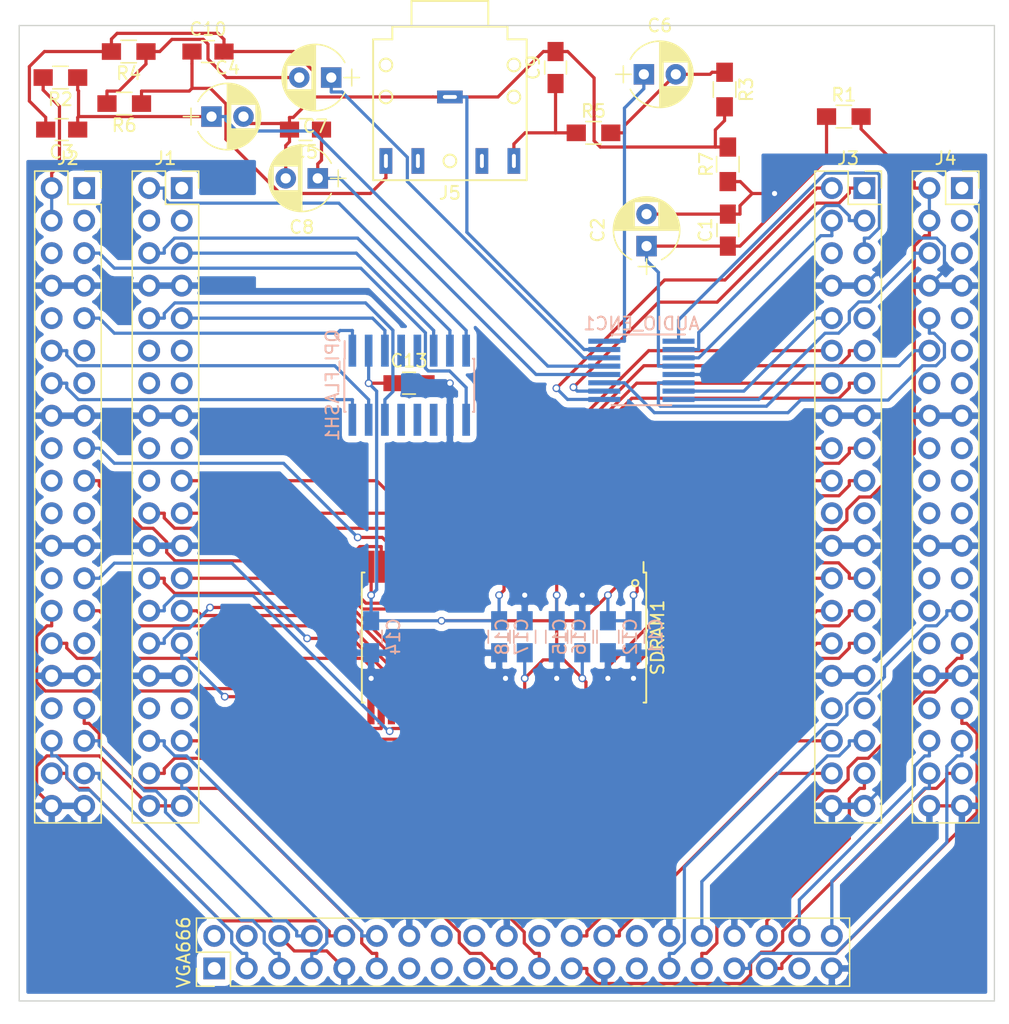
<source format=kicad_pcb>
(kicad_pcb (version 4) (host pcbnew 4.0.6)
  (layers (0 F.Cu signal) (31 B.Cu signal) (34 B.Paste user) (35 F.Paste user) (36 B.SilkS user hide) (37 F.SilkS user) (38 B.Mask user) (39 F.Mask user) (44 Edge.Cuts user))
  (net 0 "")
  (net 1 P10)
  (net 2 "Net-(AUDIO_ENC1-Pad4)")
  (net 3 GND)
  (net 4 M11)
  (net 5 P9)
  (net 6 R10)
  (net 7 "Net-(AUDIO_ENC1-Pad12)")
  (net 8 "Net-(AUDIO_ENC1-Pad13)")
  (net 9 "Net-(AUDIO_ENC1-Pad14)")
  (net 10 "Net-(AUDIO_ENC1-Pad16)")
  (net 11 "Net-(C6-Pad2)")
  (net 12 "Net-(C7-Pad2)")
  (net 13 "Net-(C9-Pad1)")
  (net 14 "Net-(C10-Pad1)")
  (net 15 B15)
  (net 16 B13)
  (net 17 B14)
  (net 18 B12)
  (net 19 B11)
  (net 20 A7)
  (net 21 B7)
  (net 22 C7)
  (net 23 A6)
  (net 24 C6)
  (net 25 B6)
  (net 26 C5)
  (net 27 A5)
  (net 28 C4)
  (net 29 B4)
  (net 30 B3)
  (net 31 A2)
  (net 32 +1V2)
  (net 33 P15)
  (net 34 M15)
  (net 35 M16)
  (net 36 K15)
  (net 37 F14)
  (net 38 G15)
  (net 39 F15)
  (net 40 D15)
  (net 41 D16)
  (net 42 D14)
  (net 43 C16)
  (net 44 B16)
  (net 45 N10)
  (net 46 P8)
  (net 47 R6)
  (net 48 R5)
  (net 49 R2)
  (net 50 T3)
  (net 51 T1)
  (net 52 T2)
  (net 53 +3V3)
  (net 54 G1)
  (net 55 F1)
  (net 56 D2)
  (net 57 C1)
  (net 58 C2)
  (net 59 B1)
  (net 60 B2)
  (net 61 DAC_BCK)
  (net 62 DAC_WS)
  (net 63 DAC_DATAI)
  (net 64 DAC_SYSCLK)
  (net 65 DAC_SFOR1)
  (net 66 DAC_MUTE)
  (net 67 DAC_CLKOUT)
  (net 68 DAC_PLL0)
  (net 69 DAC_SFOR0)
  (net 70 SDRAM_D3)
  (net 71 SDRAM_CAS)
  (net 72 SDRAM_DM)
  (net 73 SDRAM_D5)
  (net 74 SDRAM_D6)
  (net 75 SDRAM_D7)
  (net 76 GNDA)
  (net 77 A1)
  (net 78 J14)
  (net 79 G16)
  (net 80 F16)
  (net 81 IO0)
  (net 82 A16)
  (net 83 A15)
  (net 84 B10)
  (net 85 A11)
  (net 86 C9)
  (net 87 A10)
  (net 88 B9)
  (net 89 A9)
  (net 90 B8)
  (net 91 C3)
  (net 92 B5)
  (net 93 IO1)
  (net 94 R15)
  (net 95 P16)
  (net 96 N16)
  (net 97 L16)
  (net 98 K16)
  (net 99 K14)
  (net 100 G14)
  (net 101 H14)
  (net 102 J15)
  (net 103 H16)
  (net 104 E14)
  (net 105 E16)
  (net 106 P13)
  (net 107 R9)
  (net 108 T9)
  (net 109 R4)
  (net 110 R3)
  (net 111 IO3)
  (net 112 R1)
  (net 113 P2)
  (net 114 N2)
  (net 115 M1)
  (net 116 L1)
  (net 117 L3)
  (net 118 K1)
  (net 119 K3)
  (net 120 J1)
  (net 121 J2)
  (net 122 J3)
  (net 123 H2)
  (net 124 H1)
  (net 125 G2)
  (net 126 F2)
  (net 127 E2)
  (net 128 D1)
  (net 129 "Net-(J5-Pad5)")
  (net 130 "Net-(J5-Pad4)")
  (net 131 "Net-(VGA666-Pad1)")
  (net 132 "Net-(VGA666-Pad2)")
  (net 133 "Net-(VGA666-Pad4)")
  (net 134 "Net-(VGA666-Pad13)")
  (net 135 "Net-(VGA666-Pad15)")
  (net 136 "Net-(VGA666-Pad16)")
  (net 137 "Net-(VGA666-Pad17)")
  (net 138 "Net-(VGA666-Pad18)")
  (net 139 "Net-(VGA666-Pad22)")
  (net 140 "Net-(VGA666-Pad27)")
  (net 141 "Net-(VGA666-Pad28)")
  (net 142 "Net-(VGA666-Pad37)")
  (net 143 T13)
  (module pcb:TSOPII-54_10.16x22.22mm_Pitch0.8mm_ExtendedPad (layer F.Cu) (at 53.125 63.05 270)
    (fp_text reference SDRAM1 (at 0 -12 270) (layer F.SilkS))
    (fp_text value IS42S81600F-6TLI)
    (pad 28 smd rect (at 5.53 10.4 270) (size 2.5 0.56) (layers F.Cu F.Paste F.Mask) (net 3 GND))
    (pad 1 smd rect (at -5.53 -10.4 270) (size 2.5 0.56) (layers F.Cu F.Paste F.Mask) (net 53 +3V3))
    (pad 2 smd rect (at -5.53 -9.6 270) (size 2.5 0.56) (layers F.Cu F.Paste F.Mask) (net 5 P9))
    (pad 3 smd rect (at -5.53 -8.8 270) (size 2.5 0.56) (layers F.Cu F.Paste F.Mask) (net 53 +3V3))
    (pad 4 smd rect (at -5.53 -8 270) (size 2.5 0.56) (layers F.Cu F.Paste F.Mask))
    (pad 5 smd rect (at -5.53 -7.2 270) (size 2.5 0.56) (layers F.Cu F.Paste F.Mask) (net 46 P8))
    (pad 6 smd rect (at -5.53 -6.4 270) (size 2.5 0.56) (layers F.Cu F.Paste F.Mask) (net 3 GND))
    (pad 7 smd rect (at -5.53 -5.6 270) (size 2.5 0.56) (layers F.Cu F.Paste F.Mask))
    (pad 8 smd rect (at -5.53 -4.8 270) (size 2.5 0.56) (layers F.Cu F.Paste F.Mask) (net 6 R10))
    (pad 9 smd rect (at -5.53 -4 270) (size 2.5 0.56) (layers F.Cu F.Paste F.Mask) (net 53 +3V3))
    (pad 10 smd rect (at -5.53 -3.2 270) (size 2.5 0.56) (layers F.Cu F.Paste F.Mask))
    (pad 11 smd rect (at -5.53 -2.4 270) (size 2.5 0.56) (layers F.Cu F.Paste F.Mask) (net 70 SDRAM_D3))
    (pad 12 smd rect (at -5.53 -1.6 270) (size 2.5 0.56) (layers F.Cu F.Paste F.Mask) (net 3 GND))
    (pad 13 smd rect (at -5.53 -0.8 270) (size 2.5 0.56) (layers F.Cu F.Paste F.Mask))
    (pad 14 smd rect (at -5.53 0 270) (size 2.5 0.56) (layers F.Cu F.Paste F.Mask) (net 53 +3V3))
    (pad 15 smd rect (at -5.53 0.8 270) (size 2.5 0.56) (layers F.Cu F.Paste F.Mask))
    (pad 16 smd rect (at -5.53 1.6 270) (size 2.5 0.56) (layers F.Cu F.Paste F.Mask) (net 1 P10))
    (pad 17 smd rect (at -5.53 2.4 270) (size 2.5 0.56) (layers F.Cu F.Paste F.Mask) (net 71 SDRAM_CAS))
    (pad 18 smd rect (at -5.53 3.2 270) (size 2.5 0.56) (layers F.Cu F.Paste F.Mask) (net 4 M11))
    (pad 19 smd rect (at -5.53 4 270) (size 2.5 0.56) (layers F.Cu F.Paste F.Mask) (net 45 N10))
    (pad 20 smd rect (at -5.53 4.8 270) (size 2.5 0.56) (layers F.Cu F.Paste F.Mask) (net 20 A7))
    (pad 21 smd rect (at -5.53 5.6 270) (size 2.5 0.56) (layers F.Cu F.Paste F.Mask) (net 22 C7))
    (pad 22 smd rect (at -5.53 6.4 270) (size 2.5 0.56) (layers F.Cu F.Paste F.Mask) (net 21 B7))
    (pad 23 smd rect (at -5.53 7.2 270) (size 2.5 0.56) (layers F.Cu F.Paste F.Mask) (net 23 A6))
    (pad 24 smd rect (at -5.53 8 270) (size 2.5 0.56) (layers F.Cu F.Paste F.Mask) (net 24 C6))
    (pad 25 smd rect (at -5.53 8.8 270) (size 2.5 0.56) (layers F.Cu F.Paste F.Mask) (net 78 J14))
    (pad 26 smd rect (at -5.53 9.6 270) (size 2.5 0.56) (layers F.Cu F.Paste F.Mask) (net 37 F14))
    (pad 27 smd rect (at -5.53 10.4 270) (size 2.5 0.56) (layers F.Cu F.Paste F.Mask) (net 53 +3V3))
    (pad 29 smd rect (at 5.53 9.6 270) (size 2.5 0.56) (layers F.Cu F.Paste F.Mask) (net 79 G16))
    (pad 30 smd rect (at 5.53 8.8 270) (size 2.5 0.56) (layers F.Cu F.Paste F.Mask) (net 80 F16))
    (pad 31 smd rect (at 5.53 8 270) (size 2.5 0.56) (layers F.Cu F.Paste F.Mask) (net 38 G15))
    (pad 32 smd rect (at 5.53 7.2 270) (size 2.5 0.56) (layers F.Cu F.Paste F.Mask) (net 39 F15))
    (pad 33 smd rect (at 5.53 6.4 270) (size 2.5 0.56) (layers F.Cu F.Paste F.Mask) (net 25 B6))
    (pad 34 smd rect (at 5.53 5.6 270) (size 2.5 0.56) (layers F.Cu F.Paste F.Mask) (net 26 C5))
    (pad 35 smd rect (at 5.53 4.8 270) (size 2.5 0.56) (layers F.Cu F.Paste F.Mask) (net 27 A5))
    (pad 36 smd rect (at 5.53 4 270) (size 2.5 0.56) (layers F.Cu F.Paste F.Mask))
    (pad 37 smd rect (at 5.53 3.2 270) (size 2.5 0.56) (layers F.Cu F.Paste F.Mask) (net 28 C4))
    (pad 38 smd rect (at 5.53 2.4 270) (size 2.5 0.56) (layers F.Cu F.Paste F.Mask) (net 48 R5))
    (pad 39 smd rect (at 5.53 1.6 270) (size 2.5 0.56) (layers F.Cu F.Paste F.Mask) (net 72 SDRAM_DM))
    (pad 40 smd rect (at 5.53 0.8 270) (size 2.5 0.56) (layers F.Cu F.Paste F.Mask))
    (pad 41 smd rect (at 5.53 0 270) (size 2.5 0.56) (layers F.Cu F.Paste F.Mask) (net 3 GND))
    (pad 42 smd rect (at 5.53 -0.8 270) (size 2.5 0.56) (layers F.Cu F.Paste F.Mask))
    (pad 43 smd rect (at 5.53 -1.6 270) (size 2.5 0.56) (layers F.Cu F.Paste F.Mask) (net 53 +3V3))
    (pad 44 smd rect (at 5.53 -2.4 270) (size 2.5 0.56) (layers F.Cu F.Paste F.Mask) (net 47 R6))
    (pad 45 smd rect (at 5.53 -3.2 270) (size 2.5 0.56) (layers F.Cu F.Paste F.Mask))
    (pad 46 smd rect (at 5.53 -4 270) (size 2.5 0.56) (layers F.Cu F.Paste F.Mask) (net 3 GND))
    (pad 47 smd rect (at 5.53 -4.8 270) (size 2.5 0.56) (layers F.Cu F.Paste F.Mask) (net 73 SDRAM_D5))
    (pad 48 smd rect (at 5.53 -5.6 270) (size 2.5 0.56) (layers F.Cu F.Paste F.Mask))
    (pad 49 smd rect (at 5.53 -6.4 270) (size 2.5 0.56) (layers F.Cu F.Paste F.Mask) (net 53 +3V3))
    (pad 50 smd rect (at 5.53 -7.2 270) (size 2.5 0.56) (layers F.Cu F.Paste F.Mask) (net 74 SDRAM_D6))
    (pad 51 smd rect (at 5.53 -8 270) (size 2.5 0.56) (layers F.Cu F.Paste F.Mask))
    (pad 52 smd rect (at 5.53 -8.8 270) (size 2.5 0.56) (layers F.Cu F.Paste F.Mask) (net 3 GND))
    (pad 53 smd rect (at 5.53 -9.6 270) (size 2.5 0.56) (layers F.Cu F.Paste F.Mask) (net 75 SDRAM_D7))
    (pad 54 smd rect (at 5.53 -10.4 270) (size 2.5 0.56) (layers F.Cu F.Paste F.Mask) (net 3 GND))
  )
  (module Pin_Headers:Pin_Header_Straight_2x20_Pitch2.54mm (layer F.Cu) (at 30.48 88.9 90)
    (fp_text reference VGA666 (at 1.27 -2.39 90) (layer F.SilkS))
    (fp_text value CONN_02X20)
    (pad 1 thru_hole rect (at 0 0 90) (size 1.7 1.7) (drill 1) (layers *.Cu *.Mask) (net 131 "Net-(VGA666-Pad1)"))
    (pad 2 thru_hole oval (at 2.54 0 90) (size 1.7 1.7) (drill 1) (layers *.Cu *.Mask) (net 132 "Net-(VGA666-Pad2)"))
    (pad 3 thru_hole oval (at 0 2.54 90) (size 1.7 1.7) (drill 1) (layers *.Cu *.Mask) (net 41 D16))
    (pad 4 thru_hole oval (at 2.54 2.54 90) (size 1.7 1.7) (drill 1) (layers *.Cu *.Mask) (net 133 "Net-(VGA666-Pad4)"))
    (pad 5 thru_hole oval (at 0 5.08 90) (size 1.7 1.7) (drill 1) (layers *.Cu *.Mask) (net 44 B16))
    (pad 6 thru_hole oval (at 2.54 5.08 90) (size 1.7 1.7) (drill 1) (layers *.Cu *.Mask) (net 3 GND))
    (pad 7 thru_hole oval (at 0 7.62 90) (size 1.7 1.7) (drill 1) (layers *.Cu *.Mask) (net 77 A1))
    (pad 8 thru_hole oval (at 2.54 7.62 90) (size 1.7 1.7) (drill 1) (layers *.Cu *.Mask) (net 42 D14))
    (pad 9 thru_hole oval (at 0 10.16 90) (size 1.7 1.7) (drill 1) (layers *.Cu *.Mask) (net 3 GND))
    (pad 10 thru_hole oval (at 2.54 10.16 90) (size 1.7 1.7) (drill 1) (layers *.Cu *.Mask) (net 43 C16))
    (pad 11 thru_hole oval (at 0 12.7 90) (size 1.7 1.7) (drill 1) (layers *.Cu *.Mask) (net 40 D15))
    (pad 12 thru_hole oval (at 2.54 12.7 90) (size 1.7 1.7) (drill 1) (layers *.Cu *.Mask) (net 29 B4))
    (pad 13 thru_hole oval (at 0 15.24 90) (size 1.7 1.7) (drill 1) (layers *.Cu *.Mask) (net 134 "Net-(VGA666-Pad13)"))
    (pad 14 thru_hole oval (at 2.54 15.24 90) (size 1.7 1.7) (drill 1) (layers *.Cu *.Mask) (net 3 GND))
    (pad 15 thru_hole oval (at 0 17.78 90) (size 1.7 1.7) (drill 1) (layers *.Cu *.Mask) (net 135 "Net-(VGA666-Pad15)"))
    (pad 16 thru_hole oval (at 2.54 17.78 90) (size 1.7 1.7) (drill 1) (layers *.Cu *.Mask) (net 136 "Net-(VGA666-Pad16)"))
    (pad 17 thru_hole oval (at 0 20.32 90) (size 1.7 1.7) (drill 1) (layers *.Cu *.Mask) (net 137 "Net-(VGA666-Pad17)"))
    (pad 18 thru_hole oval (at 2.54 20.32 90) (size 1.7 1.7) (drill 1) (layers *.Cu *.Mask) (net 138 "Net-(VGA666-Pad18)"))
    (pad 19 thru_hole oval (at 0 22.86 90) (size 1.7 1.7) (drill 1) (layers *.Cu *.Mask) (net 31 A2))
    (pad 20 thru_hole oval (at 2.54 22.86 90) (size 1.7 1.7) (drill 1) (layers *.Cu *.Mask) (net 3 GND))
    (pad 21 thru_hole oval (at 0 25.4 90) (size 1.7 1.7) (drill 1) (layers *.Cu *.Mask) (net 30 B3))
    (pad 22 thru_hole oval (at 2.54 25.4 90) (size 1.7 1.7) (drill 1) (layers *.Cu *.Mask) (net 139 "Net-(VGA666-Pad22)"))
    (pad 23 thru_hole oval (at 0 27.94 90) (size 1.7 1.7) (drill 1) (layers *.Cu *.Mask) (net 60 B2))
    (pad 24 thru_hole oval (at 2.54 27.94 90) (size 1.7 1.7) (drill 1) (layers *.Cu *.Mask) (net 49 R2))
    (pad 25 thru_hole oval (at 0 30.48 90) (size 1.7 1.7) (drill 1) (layers *.Cu *.Mask) (net 3 GND))
    (pad 26 thru_hole oval (at 2.54 30.48 90) (size 1.7 1.7) (drill 1) (layers *.Cu *.Mask) (net 51 T1))
    (pad 27 thru_hole oval (at 0 33.02 90) (size 1.7 1.7) (drill 1) (layers *.Cu *.Mask) (net 140 "Net-(VGA666-Pad27)"))
    (pad 28 thru_hole oval (at 2.54 33.02 90) (size 1.7 1.7) (drill 1) (layers *.Cu *.Mask) (net 141 "Net-(VGA666-Pad28)"))
    (pad 29 thru_hole oval (at 0 35.56 90) (size 1.7 1.7) (drill 1) (layers *.Cu *.Mask) (net 54 G1))
    (pad 30 thru_hole oval (at 2.54 35.56 90) (size 1.7 1.7) (drill 1) (layers *.Cu *.Mask) (net 3 GND))
    (pad 31 thru_hole oval (at 0 38.1 90) (size 1.7 1.7) (drill 1) (layers *.Cu *.Mask) (net 55 F1))
    (pad 32 thru_hole oval (at 2.54 38.1 90) (size 1.7 1.7) (drill 1) (layers *.Cu *.Mask) (net 50 T3))
    (pad 33 thru_hole oval (at 0 40.64 90) (size 1.7 1.7) (drill 1) (layers *.Cu *.Mask) (net 58 C2))
    (pad 34 thru_hole oval (at 2.54 40.64 90) (size 1.7 1.7) (drill 1) (layers *.Cu *.Mask) (net 3 GND))
    (pad 35 thru_hole oval (at 0 43.18 90) (size 1.7 1.7) (drill 1) (layers *.Cu *.Mask) (net 56 D2))
    (pad 36 thru_hole oval (at 2.54 43.18 90) (size 1.7 1.7) (drill 1) (layers *.Cu *.Mask) (net 52 T2))
    (pad 37 thru_hole oval (at 0 45.72 90) (size 1.7 1.7) (drill 1) (layers *.Cu *.Mask) (net 142 "Net-(VGA666-Pad37)"))
    (pad 38 thru_hole oval (at 2.54 45.72 90) (size 1.7 1.7) (drill 1) (layers *.Cu *.Mask) (net 57 C1))
    (pad 39 thru_hole oval (at 0 48.26 90) (size 1.7 1.7) (drill 1) (layers *.Cu *.Mask) (net 3 GND))
    (pad 40 thru_hole oval (at 2.54 48.26 90) (size 1.7 1.7) (drill 1) (layers *.Cu *.Mask) (net 59 B1))
  )
  (module Socket_Strips:Socket_Strip_Straight_2x20_Pitch2.54mm (layer F.Cu) (at 27.94 27.94)
    (fp_text reference J1 (at -1.27 -2.33) (layer F.SilkS))
    (fp_text value CONN_02X20)
    (pad 1 thru_hole rect (at 0 0) (size 1.7 1.7) (drill 1) (layers *.Cu *.Mask) (net 81 IO0))
    (pad 2 thru_hole oval (at -2.54 0) (size 1.7 1.7) (drill 1) (layers *.Cu *.Mask) (net 82 A16))
    (pad 3 thru_hole oval (at 0 2.54) (size 1.7 1.7) (drill 1) (layers *.Cu *.Mask) (net 15 B15))
    (pad 4 thru_hole oval (at -2.54 2.54) (size 1.7 1.7) (drill 1) (layers *.Cu *.Mask) (net 83 A15))
    (pad 5 thru_hole oval (at 0 5.08) (size 1.7 1.7) (drill 1) (layers *.Cu *.Mask) (net 17 B14))
    (pad 6 thru_hole oval (at -2.54 5.08) (size 1.7 1.7) (drill 1) (layers *.Cu *.Mask) (net 16 B13))
    (pad 7 thru_hole oval (at 0 7.62) (size 1.7 1.7) (drill 1) (layers *.Cu *.Mask) (net 3 GND))
    (pad 8 thru_hole oval (at -2.54 7.62) (size 1.7 1.7) (drill 1) (layers *.Cu *.Mask) (net 3 GND))
    (pad 9 thru_hole oval (at 0 10.16) (size 1.7 1.7) (drill 1) (layers *.Cu *.Mask) (net 19 B11))
    (pad 10 thru_hole oval (at -2.54 10.16) (size 1.7 1.7) (drill 1) (layers *.Cu *.Mask) (net 18 B12))
    (pad 11 thru_hole oval (at 0 12.7) (size 1.7 1.7) (drill 1) (layers *.Cu *.Mask) (net 84 B10))
    (pad 12 thru_hole oval (at -2.54 12.7) (size 1.7 1.7) (drill 1) (layers *.Cu *.Mask) (net 85 A11))
    (pad 13 thru_hole oval (at 0 15.24) (size 1.7 1.7) (drill 1) (layers *.Cu *.Mask) (net 86 C9))
    (pad 14 thru_hole oval (at -2.54 15.24) (size 1.7 1.7) (drill 1) (layers *.Cu *.Mask) (net 87 A10))
    (pad 15 thru_hole oval (at 0 17.78) (size 1.7 1.7) (drill 1) (layers *.Cu *.Mask) (net 3 GND))
    (pad 16 thru_hole oval (at -2.54 17.78) (size 1.7 1.7) (drill 1) (layers *.Cu *.Mask) (net 3 GND))
    (pad 17 thru_hole oval (at 0 20.32) (size 1.7 1.7) (drill 1) (layers *.Cu *.Mask) (net 88 B9))
    (pad 18 thru_hole oval (at -2.54 20.32) (size 1.7 1.7) (drill 1) (layers *.Cu *.Mask) (net 89 A9))
    (pad 19 thru_hole oval (at 0 22.86) (size 1.7 1.7) (drill 1) (layers *.Cu *.Mask) (net 20 A7))
    (pad 20 thru_hole oval (at -2.54 22.86) (size 1.7 1.7) (drill 1) (layers *.Cu *.Mask) (net 90 B8))
    (pad 21 thru_hole oval (at 0 25.4) (size 1.7 1.7) (drill 1) (layers *.Cu *.Mask) (net 22 C7))
    (pad 22 thru_hole oval (at -2.54 25.4) (size 1.7 1.7) (drill 1) (layers *.Cu *.Mask) (net 21 B7))
    (pad 23 thru_hole oval (at 0 27.94) (size 1.7 1.7) (drill 1) (layers *.Cu *.Mask) (net 3 GND))
    (pad 24 thru_hole oval (at -2.54 27.94) (size 1.7 1.7) (drill 1) (layers *.Cu *.Mask) (net 3 GND))
    (pad 25 thru_hole oval (at 0 30.48) (size 1.7 1.7) (drill 1) (layers *.Cu *.Mask) (net 24 C6))
    (pad 26 thru_hole oval (at -2.54 30.48) (size 1.7 1.7) (drill 1) (layers *.Cu *.Mask) (net 23 A6))
    (pad 27 thru_hole oval (at 0 33.02) (size 1.7 1.7) (drill 1) (layers *.Cu *.Mask) (net 26 C5))
    (pad 28 thru_hole oval (at -2.54 33.02) (size 1.7 1.7) (drill 1) (layers *.Cu *.Mask) (net 25 B6))
    (pad 29 thru_hole oval (at 0 35.56) (size 1.7 1.7) (drill 1) (layers *.Cu *.Mask) (net 28 C4))
    (pad 30 thru_hole oval (at -2.54 35.56) (size 1.7 1.7) (drill 1) (layers *.Cu *.Mask) (net 27 A5))
    (pad 31 thru_hole oval (at 0 38.1) (size 1.7 1.7) (drill 1) (layers *.Cu *.Mask) (net 3 GND))
    (pad 32 thru_hole oval (at -2.54 38.1) (size 1.7 1.7) (drill 1) (layers *.Cu *.Mask) (net 3 GND))
    (pad 33 thru_hole oval (at 0 40.64) (size 1.7 1.7) (drill 1) (layers *.Cu *.Mask) (net 91 C3))
    (pad 34 thru_hole oval (at -2.54 40.64) (size 1.7 1.7) (drill 1) (layers *.Cu *.Mask) (net 92 B5))
    (pad 35 thru_hole oval (at 0 43.18) (size 1.7 1.7) (drill 1) (layers *.Cu *.Mask) (net 30 B3))
    (pad 36 thru_hole oval (at -2.54 43.18) (size 1.7 1.7) (drill 1) (layers *.Cu *.Mask) (net 29 B4))
    (pad 37 thru_hole oval (at 0 45.72) (size 1.7 1.7) (drill 1) (layers *.Cu *.Mask) (net 77 A1))
    (pad 38 thru_hole oval (at -2.54 45.72) (size 1.7 1.7) (drill 1) (layers *.Cu *.Mask) (net 31 A2))
    (pad 39 thru_hole oval (at 0 48.26) (size 1.7 1.7) (drill 1) (layers *.Cu *.Mask) (net 3 GND))
    (pad 40 thru_hole oval (at -2.54 48.26) (size 1.7 1.7) (drill 1) (layers *.Cu *.Mask) (net 3 GND))
  )
  (module Socket_Strips:Socket_Strip_Straight_2x20_Pitch2.54mm (layer F.Cu) (at 20.32 27.94)
    (fp_text reference J2 (at -1.27 -2.33) (layer F.SilkS))
    (fp_text value CONN_02X20)
    (pad 1 thru_hole rect (at 0 0) (size 1.7 1.7) (drill 1) (layers *.Cu *.Mask) (net 93 IO1))
    (pad 2 thru_hole oval (at -2.54 0) (size 1.7 1.7) (drill 1) (layers *.Cu *.Mask) (net 32 +1V2))
    (pad 3 thru_hole oval (at 0 2.54) (size 1.7 1.7) (drill 1) (layers *.Cu *.Mask) (net 94 R15))
    (pad 4 thru_hole oval (at -2.54 2.54) (size 1.7 1.7) (drill 1) (layers *.Cu *.Mask) (net 32 +1V2))
    (pad 5 thru_hole oval (at 0 5.08) (size 1.7 1.7) (drill 1) (layers *.Cu *.Mask) (net 33 P15))
    (pad 6 thru_hole oval (at -2.54 5.08) (size 1.7 1.7) (drill 1) (layers *.Cu *.Mask) (net 95 P16))
    (pad 7 thru_hole oval (at 0 7.62) (size 1.7 1.7) (drill 1) (layers *.Cu *.Mask) (net 3 GND))
    (pad 8 thru_hole oval (at -2.54 7.62) (size 1.7 1.7) (drill 1) (layers *.Cu *.Mask) (net 3 GND))
    (pad 9 thru_hole oval (at 0 10.16) (size 1.7 1.7) (drill 1) (layers *.Cu *.Mask) (net 34 M15))
    (pad 10 thru_hole oval (at -2.54 10.16) (size 1.7 1.7) (drill 1) (layers *.Cu *.Mask) (net 96 N16))
    (pad 11 thru_hole oval (at 0 12.7) (size 1.7 1.7) (drill 1) (layers *.Cu *.Mask) (net 97 L16))
    (pad 12 thru_hole oval (at -2.54 12.7) (size 1.7 1.7) (drill 1) (layers *.Cu *.Mask) (net 35 M16))
    (pad 13 thru_hole oval (at 0 15.24) (size 1.7 1.7) (drill 1) (layers *.Cu *.Mask) (net 98 K16))
    (pad 14 thru_hole oval (at -2.54 15.24) (size 1.7 1.7) (drill 1) (layers *.Cu *.Mask) (net 36 K15))
    (pad 15 thru_hole oval (at 0 17.78) (size 1.7 1.7) (drill 1) (layers *.Cu *.Mask) (net 3 GND))
    (pad 16 thru_hole oval (at -2.54 17.78) (size 1.7 1.7) (drill 1) (layers *.Cu *.Mask) (net 3 GND))
    (pad 17 thru_hole oval (at 0 20.32) (size 1.7 1.7) (drill 1) (layers *.Cu *.Mask) (net 78 J14))
    (pad 18 thru_hole oval (at -2.54 20.32) (size 1.7 1.7) (drill 1) (layers *.Cu *.Mask) (net 99 K14))
    (pad 19 thru_hole oval (at 0 22.86) (size 1.7 1.7) (drill 1) (layers *.Cu *.Mask) (net 37 F14))
    (pad 20 thru_hole oval (at -2.54 22.86) (size 1.7 1.7) (drill 1) (layers *.Cu *.Mask) (net 100 G14))
    (pad 21 thru_hole oval (at 0 25.4) (size 1.7 1.7) (drill 1) (layers *.Cu *.Mask) (net 101 H14))
    (pad 22 thru_hole oval (at -2.54 25.4) (size 1.7 1.7) (drill 1) (layers *.Cu *.Mask) (net 102 J15))
    (pad 23 thru_hole oval (at 0 27.94) (size 1.7 1.7) (drill 1) (layers *.Cu *.Mask) (net 3 GND))
    (pad 24 thru_hole oval (at -2.54 27.94) (size 1.7 1.7) (drill 1) (layers *.Cu *.Mask) (net 3 GND))
    (pad 25 thru_hole oval (at 0 30.48) (size 1.7 1.7) (drill 1) (layers *.Cu *.Mask) (net 38 G15))
    (pad 26 thru_hole oval (at -2.54 30.48) (size 1.7 1.7) (drill 1) (layers *.Cu *.Mask) (net 103 H16))
    (pad 27 thru_hole oval (at 0 33.02) (size 1.7 1.7) (drill 1) (layers *.Cu *.Mask) (net 39 F15))
    (pad 28 thru_hole oval (at -2.54 33.02) (size 1.7 1.7) (drill 1) (layers *.Cu *.Mask) (net 79 G16))
    (pad 29 thru_hole oval (at 0 35.56) (size 1.7 1.7) (drill 1) (layers *.Cu *.Mask) (net 104 E14))
    (pad 30 thru_hole oval (at -2.54 35.56) (size 1.7 1.7) (drill 1) (layers *.Cu *.Mask) (net 80 F16))
    (pad 31 thru_hole oval (at 0 38.1) (size 1.7 1.7) (drill 1) (layers *.Cu *.Mask) (net 3 GND))
    (pad 32 thru_hole oval (at -2.54 38.1) (size 1.7 1.7) (drill 1) (layers *.Cu *.Mask) (net 3 GND))
    (pad 33 thru_hole oval (at 0 40.64) (size 1.7 1.7) (drill 1) (layers *.Cu *.Mask) (net 40 D15))
    (pad 34 thru_hole oval (at -2.54 40.64) (size 1.7 1.7) (drill 1) (layers *.Cu *.Mask) (net 105 E16))
    (pad 35 thru_hole oval (at 0 43.18) (size 1.7 1.7) (drill 1) (layers *.Cu *.Mask) (net 42 D14))
    (pad 36 thru_hole oval (at -2.54 43.18) (size 1.7 1.7) (drill 1) (layers *.Cu *.Mask) (net 41 D16))
    (pad 37 thru_hole oval (at 0 45.72) (size 1.7 1.7) (drill 1) (layers *.Cu *.Mask) (net 44 B16))
    (pad 38 thru_hole oval (at -2.54 45.72) (size 1.7 1.7) (drill 1) (layers *.Cu *.Mask) (net 43 C16))
    (pad 39 thru_hole oval (at 0 48.26) (size 1.7 1.7) (drill 1) (layers *.Cu *.Mask) (net 3 GND))
    (pad 40 thru_hole oval (at -2.54 48.26) (size 1.7 1.7) (drill 1) (layers *.Cu *.Mask) (net 3 GND))
  )
  (module Socket_Strips:Socket_Strip_Straight_2x20_Pitch2.54mm (layer F.Cu) (at 81.28 27.94)
    (fp_text reference J3 (at -1.27 -2.33) (layer F.SilkS))
    (fp_text value CONN_02X20)
    (pad 1 thru_hole rect (at 0 0) (size 1.7 1.7) (drill 1) (layers *.Cu *.Mask) (net 68 DAC_PLL0))
    (pad 2 thru_hole oval (at -2.54 0) (size 1.7 1.7) (drill 1) (layers *.Cu *.Mask) (net 67 DAC_CLKOUT))
    (pad 3 thru_hole oval (at 0 2.54) (size 1.7 1.7) (drill 1) (layers *.Cu *.Mask) (net 62 DAC_WS))
    (pad 4 thru_hole oval (at -2.54 2.54) (size 1.7 1.7) (drill 1) (layers *.Cu *.Mask) (net 63 DAC_DATAI))
    (pad 5 thru_hole oval (at 0 5.08) (size 1.7 1.7) (drill 1) (layers *.Cu *.Mask) (net 61 DAC_BCK))
    (pad 6 thru_hole oval (at -2.54 5.08) (size 1.7 1.7) (drill 1) (layers *.Cu *.Mask) (net 143 T13))
    (pad 7 thru_hole oval (at 0 7.62) (size 1.7 1.7) (drill 1) (layers *.Cu *.Mask) (net 3 GND))
    (pad 8 thru_hole oval (at -2.54 7.62) (size 1.7 1.7) (drill 1) (layers *.Cu *.Mask) (net 3 GND))
    (pad 9 thru_hole oval (at 0 10.16) (size 1.7 1.7) (drill 1) (layers *.Cu *.Mask) (net 106 P13))
    (pad 10 thru_hole oval (at -2.54 10.16) (size 1.7 1.7) (drill 1) (layers *.Cu *.Mask) (net 65 DAC_SFOR1))
    (pad 11 thru_hole oval (at 0 12.7) (size 1.7 1.7) (drill 1) (layers *.Cu *.Mask) (net 4 M11))
    (pad 12 thru_hole oval (at -2.54 12.7) (size 1.7 1.7) (drill 1) (layers *.Cu *.Mask) (net 45 N10))
    (pad 13 thru_hole oval (at 0 15.24) (size 1.7 1.7) (drill 1) (layers *.Cu *.Mask) (net 1 P10))
    (pad 14 thru_hole oval (at -2.54 15.24) (size 1.7 1.7) (drill 1) (layers *.Cu *.Mask) (net 71 SDRAM_CAS))
    (pad 15 thru_hole oval (at 0 17.78) (size 1.7 1.7) (drill 1) (layers *.Cu *.Mask) (net 3 GND))
    (pad 16 thru_hole oval (at -2.54 17.78) (size 1.7 1.7) (drill 1) (layers *.Cu *.Mask) (net 3 GND))
    (pad 17 thru_hole oval (at 0 20.32) (size 1.7 1.7) (drill 1) (layers *.Cu *.Mask) (net 6 R10))
    (pad 18 thru_hole oval (at -2.54 20.32) (size 1.7 1.7) (drill 1) (layers *.Cu *.Mask) (net 70 SDRAM_D3))
    (pad 19 thru_hole oval (at 0 22.86) (size 1.7 1.7) (drill 1) (layers *.Cu *.Mask) (net 5 P9))
    (pad 20 thru_hole oval (at -2.54 22.86) (size 1.7 1.7) (drill 1) (layers *.Cu *.Mask) (net 46 P8))
    (pad 21 thru_hole oval (at 0 25.4) (size 1.7 1.7) (drill 1) (layers *.Cu *.Mask) (net 107 R9))
    (pad 22 thru_hole oval (at -2.54 25.4) (size 1.7 1.7) (drill 1) (layers *.Cu *.Mask) (net 108 T9))
    (pad 23 thru_hole oval (at 0 27.94) (size 1.7 1.7) (drill 1) (layers *.Cu *.Mask) (net 3 GND))
    (pad 24 thru_hole oval (at -2.54 27.94) (size 1.7 1.7) (drill 1) (layers *.Cu *.Mask) (net 3 GND))
    (pad 25 thru_hole oval (at 0 30.48) (size 1.7 1.7) (drill 1) (layers *.Cu *.Mask) (net 74 SDRAM_D6))
    (pad 26 thru_hole oval (at -2.54 30.48) (size 1.7 1.7) (drill 1) (layers *.Cu *.Mask) (net 75 SDRAM_D7))
    (pad 27 thru_hole oval (at 0 33.02) (size 1.7 1.7) (drill 1) (layers *.Cu *.Mask) (net 47 R6))
    (pad 28 thru_hole oval (at -2.54 33.02) (size 1.7 1.7) (drill 1) (layers *.Cu *.Mask) (net 73 SDRAM_D5))
    (pad 29 thru_hole oval (at 0 35.56) (size 1.7 1.7) (drill 1) (layers *.Cu *.Mask) (net 48 R5))
    (pad 30 thru_hole oval (at -2.54 35.56) (size 1.7 1.7) (drill 1) (layers *.Cu *.Mask) (net 72 SDRAM_DM))
    (pad 31 thru_hole oval (at 0 38.1) (size 1.7 1.7) (drill 1) (layers *.Cu *.Mask) (net 3 GND))
    (pad 32 thru_hole oval (at -2.54 38.1) (size 1.7 1.7) (drill 1) (layers *.Cu *.Mask) (net 3 GND))
    (pad 33 thru_hole oval (at 0 40.64) (size 1.7 1.7) (drill 1) (layers *.Cu *.Mask) (net 109 R4))
    (pad 34 thru_hole oval (at -2.54 40.64) (size 1.7 1.7) (drill 1) (layers *.Cu *.Mask) (net 110 R3))
    (pad 35 thru_hole oval (at 0 43.18) (size 1.7 1.7) (drill 1) (layers *.Cu *.Mask) (net 50 T3))
    (pad 36 thru_hole oval (at -2.54 43.18) (size 1.7 1.7) (drill 1) (layers *.Cu *.Mask) (net 49 R2))
    (pad 37 thru_hole oval (at 0 45.72) (size 1.7 1.7) (drill 1) (layers *.Cu *.Mask) (net 52 T2))
    (pad 38 thru_hole oval (at -2.54 45.72) (size 1.7 1.7) (drill 1) (layers *.Cu *.Mask) (net 51 T1))
    (pad 39 thru_hole oval (at 0 48.26) (size 1.7 1.7) (drill 1) (layers *.Cu *.Mask) (net 3 GND))
    (pad 40 thru_hole oval (at -2.54 48.26) (size 1.7 1.7) (drill 1) (layers *.Cu *.Mask) (net 3 GND))
  )
  (module Socket_Strips:Socket_Strip_Straight_2x20_Pitch2.54mm (layer F.Cu) (at 88.9 27.94)
    (fp_text reference J4 (at -1.27 -2.33) (layer F.SilkS))
    (fp_text value CONN_02X20)
    (pad 1 thru_hole rect (at 0 0) (size 1.7 1.7) (drill 1) (layers *.Cu *.Mask) (net 111 IO3))
    (pad 2 thru_hole oval (at -2.54 0) (size 1.7 1.7) (drill 1) (layers *.Cu *.Mask) (net 53 +3V3))
    (pad 3 thru_hole oval (at 0 2.54) (size 1.7 1.7) (drill 1) (layers *.Cu *.Mask) (net 112 R1))
    (pad 4 thru_hole oval (at -2.54 2.54) (size 1.7 1.7) (drill 1) (layers *.Cu *.Mask) (net 53 +3V3))
    (pad 5 thru_hole oval (at 0 5.08) (size 1.7 1.7) (drill 1) (layers *.Cu *.Mask) (net 113 P2))
    (pad 6 thru_hole oval (at -2.54 5.08) (size 1.7 1.7) (drill 1) (layers *.Cu *.Mask) (net 66 DAC_MUTE))
    (pad 7 thru_hole oval (at 0 7.62) (size 1.7 1.7) (drill 1) (layers *.Cu *.Mask) (net 3 GND))
    (pad 8 thru_hole oval (at -2.54 7.62) (size 1.7 1.7) (drill 1) (layers *.Cu *.Mask) (net 3 GND))
    (pad 9 thru_hole oval (at 0 10.16) (size 1.7 1.7) (drill 1) (layers *.Cu *.Mask) (net 114 N2))
    (pad 10 thru_hole oval (at -2.54 10.16) (size 1.7 1.7) (drill 1) (layers *.Cu *.Mask) (net 69 DAC_SFOR0))
    (pad 11 thru_hole oval (at 0 12.7) (size 1.7 1.7) (drill 1) (layers *.Cu *.Mask) (net 115 M1))
    (pad 12 thru_hole oval (at -2.54 12.7) (size 1.7 1.7) (drill 1) (layers *.Cu *.Mask) (net 64 DAC_SYSCLK))
    (pad 13 thru_hole oval (at 0 15.24) (size 1.7 1.7) (drill 1) (layers *.Cu *.Mask) (net 116 L1))
    (pad 14 thru_hole oval (at -2.54 15.24) (size 1.7 1.7) (drill 1) (layers *.Cu *.Mask) (net 117 L3))
    (pad 15 thru_hole oval (at 0 17.78) (size 1.7 1.7) (drill 1) (layers *.Cu *.Mask) (net 3 GND))
    (pad 16 thru_hole oval (at -2.54 17.78) (size 1.7 1.7) (drill 1) (layers *.Cu *.Mask) (net 3 GND))
    (pad 17 thru_hole oval (at 0 20.32) (size 1.7 1.7) (drill 1) (layers *.Cu *.Mask) (net 118 K1))
    (pad 18 thru_hole oval (at -2.54 20.32) (size 1.7 1.7) (drill 1) (layers *.Cu *.Mask) (net 119 K3))
    (pad 19 thru_hole oval (at 0 22.86) (size 1.7 1.7) (drill 1) (layers *.Cu *.Mask) (net 120 J1))
    (pad 20 thru_hole oval (at -2.54 22.86) (size 1.7 1.7) (drill 1) (layers *.Cu *.Mask) (net 121 J2))
    (pad 21 thru_hole oval (at 0 25.4) (size 1.7 1.7) (drill 1) (layers *.Cu *.Mask) (net 122 J3))
    (pad 22 thru_hole oval (at -2.54 25.4) (size 1.7 1.7) (drill 1) (layers *.Cu *.Mask) (net 123 H2))
    (pad 23 thru_hole oval (at 0 27.94) (size 1.7 1.7) (drill 1) (layers *.Cu *.Mask) (net 3 GND))
    (pad 24 thru_hole oval (at -2.54 27.94) (size 1.7 1.7) (drill 1) (layers *.Cu *.Mask) (net 3 GND))
    (pad 25 thru_hole oval (at 0 30.48) (size 1.7 1.7) (drill 1) (layers *.Cu *.Mask) (net 124 H1))
    (pad 26 thru_hole oval (at -2.54 30.48) (size 1.7 1.7) (drill 1) (layers *.Cu *.Mask) (net 125 G2))
    (pad 27 thru_hole oval (at 0 33.02) (size 1.7 1.7) (drill 1) (layers *.Cu *.Mask) (net 54 G1))
    (pad 28 thru_hole oval (at -2.54 33.02) (size 1.7 1.7) (drill 1) (layers *.Cu *.Mask) (net 126 F2))
    (pad 29 thru_hole oval (at 0 35.56) (size 1.7 1.7) (drill 1) (layers *.Cu *.Mask) (net 55 F1))
    (pad 30 thru_hole oval (at -2.54 35.56) (size 1.7 1.7) (drill 1) (layers *.Cu *.Mask) (net 127 E2))
    (pad 31 thru_hole oval (at 0 38.1) (size 1.7 1.7) (drill 1) (layers *.Cu *.Mask) (net 3 GND))
    (pad 32 thru_hole oval (at -2.54 38.1) (size 1.7 1.7) (drill 1) (layers *.Cu *.Mask) (net 3 GND))
    (pad 33 thru_hole oval (at 0 40.64) (size 1.7 1.7) (drill 1) (layers *.Cu *.Mask) (net 56 D2))
    (pad 34 thru_hole oval (at -2.54 40.64) (size 1.7 1.7) (drill 1) (layers *.Cu *.Mask) (net 128 D1))
    (pad 35 thru_hole oval (at 0 43.18) (size 1.7 1.7) (drill 1) (layers *.Cu *.Mask) (net 58 C2))
    (pad 36 thru_hole oval (at -2.54 43.18) (size 1.7 1.7) (drill 1) (layers *.Cu *.Mask) (net 57 C1))
    (pad 37 thru_hole oval (at 0 45.72) (size 1.7 1.7) (drill 1) (layers *.Cu *.Mask) (net 60 B2))
    (pad 38 thru_hole oval (at -2.54 45.72) (size 1.7 1.7) (drill 1) (layers *.Cu *.Mask) (net 59 B1))
    (pad 39 thru_hole oval (at 0 48.26) (size 1.7 1.7) (drill 1) (layers *.Cu *.Mask) (net 3 GND))
    (pad 40 thru_hole oval (at -2.54 48.26) (size 1.7 1.7) (drill 1) (layers *.Cu *.Mask) (net 3 GND))
  )
  (module pcb:SJ1-352XNG (layer F.Cu) (at 48.895 20.32)
    (fp_text reference J5 (at 0 8) (layer F.SilkS))
    (fp_text value AUDIO_OUT_JACK)
    (pad 3 thru_hole rect (at 5 5.5) (size 1 2) (drill oval 0.3 1.1) (layers *.Cu *.Mask) (net 13 "Net-(C9-Pad1)"))
    (pad 5 thru_hole rect (at 2.5 5.5) (size 1 2) (drill oval 0.3 1.1) (layers *.Cu *.Mask) (net 129 "Net-(J5-Pad5)"))
    (pad 4 thru_hole rect (at -2.5 5.5) (size 1 2) (drill oval 0.3 1.1) (layers *.Cu *.Mask) (net 130 "Net-(J5-Pad4)"))
    (pad 2 thru_hole rect (at -5 5.5) (size 1 2) (drill oval 0.3 1.1) (layers *.Cu *.Mask) (net 14 "Net-(C10-Pad1)"))
    (pad 1 thru_hole rect (at 0 0.5) (size 2 1) (drill oval 1.1 0.3) (layers *.Cu *.Mask) (net 76 GNDA))
  )
  (module Capacitors_THT:CP_Radial_D5.0mm_P2.50mm (layer F.Cu) (at 64.262 32.472 90)
    (fp_text reference C2 (at 1.25 -3.81 90) (layer F.SilkS))
    (fp_text value "47uF 16V")
    (pad 1 thru_hole rect (at 0 0 90) (size 1.6 1.6) (drill 0.8) (layers *.Cu *.Mask) (net 2 "Net-(AUDIO_ENC1-Pad4)"))
    (pad 2 thru_hole circle (at 2.5 0 90) (size 1.6 1.6) (drill 0.8) (layers *.Cu *.Mask) (net 3 GND))
  )
  (module Capacitors_THT:CP_Radial_D5.0mm_P2.50mm (layer F.Cu) (at 30.266 22.352)
    (fp_text reference C4 (at 1.25 -3.81) (layer F.SilkS))
    (fp_text value "47uF 16V")
    (pad 1 thru_hole rect (at 0 0) (size 1.6 1.6) (drill 0.8) (layers *.Cu *.Mask) (net 8 "Net-(AUDIO_ENC1-Pad13)"))
    (pad 2 thru_hole circle (at 2.5 0) (size 1.6 1.6) (drill 0.8) (layers *.Cu *.Mask) (net 76 GNDA))
  )
  (module Capacitors_THT:CP_Radial_D5.0mm_P2.50mm (layer F.Cu) (at 64.048 19.05)
    (fp_text reference C6 (at 1.25 -3.81) (layer F.SilkS))
    (fp_text value "47uF 16V")
    (pad 1 thru_hole rect (at 0 0) (size 1.6 1.6) (drill 0.8) (layers *.Cu *.Mask) (net 10 "Net-(AUDIO_ENC1-Pad16)"))
    (pad 2 thru_hole circle (at 2.5 0) (size 1.6 1.6) (drill 0.8) (layers *.Cu *.Mask) (net 11 "Net-(C6-Pad2)"))
  )
  (module Capacitors_THT:CP_Radial_D5.0mm_P2.50mm (layer F.Cu) (at 39.624 19.304 180)
    (fp_text reference C7 (at 1.25 -3.81 180) (layer F.SilkS))
    (fp_text value "47uF 16V")
    (pad 1 thru_hole rect (at 0 0 180) (size 1.6 1.6) (drill 0.8) (layers *.Cu *.Mask) (net 9 "Net-(AUDIO_ENC1-Pad14)"))
    (pad 2 thru_hole circle (at 2.5 0 180) (size 1.6 1.6) (drill 0.8) (layers *.Cu *.Mask) (net 12 "Net-(C7-Pad2)"))
  )
  (module Capacitors_THT:CP_Radial_D5.0mm_P2.50mm (layer F.Cu) (at 38.568 27.178 180)
    (fp_text reference C8 (at 1.25 -3.81 180) (layer F.SilkS))
    (fp_text value "47uF 16V")
    (pad 1 thru_hole rect (at 0 0 180) (size 1.6 1.6) (drill 0.8) (layers *.Cu *.Mask) (net 7 "Net-(AUDIO_ENC1-Pad12)"))
    (pad 2 thru_hole circle (at 2.5 0 180) (size 1.6 1.6) (drill 0.8) (layers *.Cu *.Mask) (net 76 GNDA))
  )
  (module Capacitors_SMD:C_0805_HandSoldering (layer B.Cu) (at 63.24 62.99 90)
    (fp_text reference C11 (at 0 1.75 90) (layer B.SilkS) (effects (justify mirror)))
    (fp_text value 100nF)
    (pad 1 smd rect (at -1.25 0 90) (size 1.5 1.25) (layers B.Cu B.Paste B.Mask) (net 3 GND))
    (pad 2 smd rect (at 1.25 0 90) (size 1.5 1.25) (layers B.Cu B.Paste B.Mask) (net 53 +3V3))
  )
  (module Capacitors_SMD:C_0805_HandSoldering (layer B.Cu) (at 61.24 62.99 90)
    (fp_text reference C12 (at 0 1.75 90) (layer B.SilkS) (effects (justify mirror)))
    (fp_text value 100nF)
    (pad 1 smd rect (at -1.25 0 90) (size 1.5 1.25) (layers B.Cu B.Paste B.Mask) (net 3 GND))
    (pad 2 smd rect (at 1.25 0 90) (size 1.5 1.25) (layers B.Cu B.Paste B.Mask) (net 53 +3V3))
  )
  (module Capacitors_SMD:C_0805_HandSoldering (layer F.Cu) (at 45.7 43.18)
    (fp_text reference C13 (at 0 -1.75) (layer F.SilkS))
    (fp_text value 100nF)
    (pad 1 smd rect (at -1.25 0) (size 1.5 1.25) (layers F.Cu F.Paste F.Mask) (net 53 +3V3))
    (pad 2 smd rect (at 1.25 0) (size 1.5 1.25) (layers F.Cu F.Paste F.Mask) (net 3 GND))
  )
  (module Resistors_SMD:R_0805_HandSoldering (layer F.Cu) (at 70.612 26.082 90)
    (fp_text reference R7 (at 0 -1.7 90) (layer F.SilkS))
    (fp_text value 0)
    (pad 1 smd rect (at -1.35 0 90) (size 1.5 1.3) (layers F.Cu F.Paste F.Mask) (net 3 GND))
    (pad 2 smd rect (at 1.35 0 90) (size 1.5 1.3) (layers F.Cu F.Paste F.Mask) (net 76 GNDA))
  )
  (module Capacitors_SMD:C_0805_HandSoldering (layer F.Cu) (at 70.612 31.222 90)
    (fp_text reference C1 (at 0 -1.75 90) (layer F.SilkS))
    (fp_text value "100nF 63V")
    (pad 1 smd rect (at -1.25 0 90) (size 1.5 1.25) (layers F.Cu F.Paste F.Mask) (net 2 "Net-(AUDIO_ENC1-Pad4)"))
    (pad 2 smd rect (at 1.25 0 90) (size 1.5 1.25) (layers F.Cu F.Paste F.Mask) (net 3 GND))
  )
  (module Capacitors_SMD:C_0805_HandSoldering (layer F.Cu) (at 18.562 23.368 180)
    (fp_text reference C3 (at 0 -1.75 180) (layer F.SilkS))
    (fp_text value "100nF 63V")
    (pad 1 smd rect (at -1.25 0 180) (size 1.5 1.25) (layers F.Cu F.Paste F.Mask) (net 8 "Net-(AUDIO_ENC1-Pad13)"))
    (pad 2 smd rect (at 1.25 0 180) (size 1.5 1.25) (layers F.Cu F.Paste F.Mask) (net 76 GNDA))
  )
  (module Capacitors_SMD:C_0805_HandSoldering (layer F.Cu) (at 37.612 23.368 180)
    (fp_text reference C5 (at 0 -1.75 180) (layer F.SilkS))
    (fp_text value "100nF 63V")
    (pad 1 smd rect (at -1.25 0 180) (size 1.5 1.25) (layers F.Cu F.Paste F.Mask) (net 7 "Net-(AUDIO_ENC1-Pad12)"))
    (pad 2 smd rect (at 1.25 0 180) (size 1.5 1.25) (layers F.Cu F.Paste F.Mask) (net 76 GNDA))
  )
  (module Capacitors_SMD:C_0805_HandSoldering (layer F.Cu) (at 57.15 18.522 90)
    (fp_text reference C9 (at 0 -1.75 90) (layer F.SilkS))
    (fp_text value 10nF)
    (pad 1 smd rect (at -1.25 0 90) (size 1.5 1.25) (layers F.Cu F.Paste F.Mask) (net 13 "Net-(C9-Pad1)"))
    (pad 2 smd rect (at 1.25 0 90) (size 1.5 1.25) (layers F.Cu F.Paste F.Mask) (net 76 GNDA))
  )
  (module Capacitors_SMD:C_0805_HandSoldering (layer F.Cu) (at 29.992 17.272)
    (fp_text reference C10 (at 0 -1.75) (layer F.SilkS))
    (fp_text value 10nF)
    (pad 1 smd rect (at -1.25 0) (size 1.5 1.25) (layers F.Cu F.Paste F.Mask) (net 14 "Net-(C10-Pad1)"))
    (pad 2 smd rect (at 1.25 0) (size 1.5 1.25) (layers F.Cu F.Paste F.Mask) (net 76 GNDA))
  )
  (module Resistors_SMD:R_0805_HandSoldering (layer F.Cu) (at 79.676 22.352)
    (fp_text reference R1 (at 0 -1.7) (layer F.SilkS))
    (fp_text value 1)
    (pad 1 smd rect (at -1.35 0) (size 1.5 1.3) (layers F.Cu F.Paste F.Mask) (net 2 "Net-(AUDIO_ENC1-Pad4)"))
    (pad 2 smd rect (at 1.35 0) (size 1.5 1.3) (layers F.Cu F.Paste F.Mask) (net 53 +3V3))
  )
  (module Resistors_SMD:R_0805_HandSoldering (layer F.Cu) (at 18.462 19.304 180)
    (fp_text reference R2 (at 0 -1.7 180) (layer F.SilkS))
    (fp_text value 1)
    (pad 1 smd rect (at -1.35 0 180) (size 1.5 1.3) (layers F.Cu F.Paste F.Mask) (net 8 "Net-(AUDIO_ENC1-Pad13)"))
    (pad 2 smd rect (at 1.35 0 180) (size 1.5 1.3) (layers F.Cu F.Paste F.Mask) (net 32 +1V2))
  )
  (module Resistors_SMD:R_0805_HandSoldering (layer F.Cu) (at 70.358 20.24 270)
    (fp_text reference R3 (at 0 -1.7 270) (layer F.SilkS))
    (fp_text value 220k)
    (pad 1 smd rect (at -1.35 0 270) (size 1.5 1.3) (layers F.Cu F.Paste F.Mask) (net 11 "Net-(C6-Pad2)"))
    (pad 2 smd rect (at 1.35 0 270) (size 1.5 1.3) (layers F.Cu F.Paste F.Mask) (net 76 GNDA))
  )
  (module Resistors_SMD:R_0805_HandSoldering (layer F.Cu) (at 23.796 17.272 180)
    (fp_text reference R4 (at 0 -1.7 180) (layer F.SilkS))
    (fp_text value 220k)
    (pad 1 smd rect (at -1.35 0 180) (size 1.5 1.3) (layers F.Cu F.Paste F.Mask) (net 12 "Net-(C7-Pad2)"))
    (pad 2 smd rect (at 1.35 0 180) (size 1.5 1.3) (layers F.Cu F.Paste F.Mask) (net 76 GNDA))
  )
  (module Resistors_SMD:R_0805_HandSoldering (layer F.Cu) (at 60.118 23.622)
    (fp_text reference R5 (at 0 -1.7) (layer F.SilkS))
    (fp_text value 100)
    (pad 1 smd rect (at -1.35 0) (size 1.5 1.3) (layers F.Cu F.Paste F.Mask) (net 13 "Net-(C9-Pad1)"))
    (pad 2 smd rect (at 1.35 0) (size 1.5 1.3) (layers F.Cu F.Paste F.Mask) (net 11 "Net-(C6-Pad2)"))
  )
  (module Resistors_SMD:R_0805_HandSoldering (layer F.Cu) (at 23.448 21.336 180)
    (fp_text reference R6 (at 0 -1.7 180) (layer F.SilkS))
    (fp_text value 100)
    (pad 1 smd rect (at -1.35 0 180) (size 1.5 1.3) (layers F.Cu F.Paste F.Mask) (net 14 "Net-(C10-Pad1)"))
    (pad 2 smd rect (at 1.35 0 180) (size 1.5 1.3) (layers F.Cu F.Paste F.Mask) (net 12 "Net-(C7-Pad2)"))
  )
  (module pcb:SSOP-16_4.4x5.2mm_Pitch0.65mm_ExtendedPad (layer B.Cu) (at 63.86 42.175 180)
    (fp_text reference AUDIO_ENC1 (at 0 3.65 180) (layer B.SilkS) (effects (justify mirror)))
    (fp_text value UDA1334ATS)
    (pad 1 smd rect (at -2.9 2.275 180) (size 2.5 0.4) (layers B.Cu B.Paste B.Mask) (net 61 DAC_BCK))
    (pad 2 smd rect (at -2.9 1.625 180) (size 2.5 0.4) (layers B.Cu B.Paste B.Mask) (net 62 DAC_WS))
    (pad 3 smd rect (at -2.9 0.975 180) (size 2.5 0.4) (layers B.Cu B.Paste B.Mask) (net 63 DAC_DATAI))
    (pad 4 smd rect (at -2.9 0.325 180) (size 2.5 0.4) (layers B.Cu B.Paste B.Mask) (net 2 "Net-(AUDIO_ENC1-Pad4)"))
    (pad 5 smd rect (at -2.9 -0.325 180) (size 2.5 0.4) (layers B.Cu B.Paste B.Mask) (net 3 GND))
    (pad 6 smd rect (at -2.9 -0.975 180) (size 2.5 0.4) (layers B.Cu B.Paste B.Mask) (net 64 DAC_SYSCLK))
    (pad 7 smd rect (at -2.9 -1.625 180) (size 2.5 0.4) (layers B.Cu B.Paste B.Mask) (net 65 DAC_SFOR1))
    (pad 8 smd rect (at -2.9 -2.275 180) (size 2.5 0.4) (layers B.Cu B.Paste B.Mask) (net 66 DAC_MUTE))
    (pad 9 smd rect (at 2.9 -2.275 180) (size 2.5 0.4) (layers B.Cu B.Paste B.Mask) (net 67 DAC_CLKOUT))
    (pad 10 smd rect (at 2.9 -1.625 180) (size 2.5 0.4) (layers B.Cu B.Paste B.Mask) (net 68 DAC_PLL0))
    (pad 11 smd rect (at 2.9 -0.975 180) (size 2.5 0.4) (layers B.Cu B.Paste B.Mask) (net 69 DAC_SFOR0))
    (pad 12 smd rect (at 2.9 -0.325 180) (size 2.5 0.4) (layers B.Cu B.Paste B.Mask) (net 7 "Net-(AUDIO_ENC1-Pad12)"))
    (pad 13 smd rect (at 2.9 0.325 180) (size 2.5 0.4) (layers B.Cu B.Paste B.Mask) (net 8 "Net-(AUDIO_ENC1-Pad13)"))
    (pad 14 smd rect (at 2.9 0.975 180) (size 2.5 0.4) (layers B.Cu B.Paste B.Mask) (net 9 "Net-(AUDIO_ENC1-Pad14)"))
    (pad 15 smd rect (at 2.9 1.625 180) (size 2.5 0.4) (layers B.Cu B.Paste B.Mask) (net 76 GNDA))
    (pad 16 smd rect (at 2.9 2.275 180) (size 2.5 0.4) (layers B.Cu B.Paste B.Mask) (net 10 "Net-(AUDIO_ENC1-Pad16)"))
  )
  (module pcb:SOIC-16_3.9x9.9mm_Pitch1.27mm_ExtendedPad (layer B.Cu) (at 45.72 43.34 270)
    (fp_text reference QPI_FLASH1 (at 0 6 270) (layer B.SilkS) (effects (justify mirror)))
    (fp_text value S25FL128SAGMFBR00)
    (pad 1 smd rect (at -2.7 4.445 270) (size 2.5 0.6) (layers B.Cu B.Paste B.Mask) (net 34 M15))
    (pad 2 smd rect (at -2.7 3.175 270) (size 2.5 0.6) (layers B.Cu B.Paste B.Mask) (net 53 +3V3))
    (pad 3 smd rect (at -2.7 1.905 270) (size 2.5 0.6) (layers B.Cu B.Paste B.Mask) (net 19 B11))
    (pad 4 smd rect (at -2.7 0.635 270) (size 2.5 0.6) (layers B.Cu B.Paste B.Mask))
    (pad 5 smd rect (at -2.7 -0.635 270) (size 2.5 0.6) (layers B.Cu B.Paste B.Mask))
    (pad 6 smd rect (at -2.7 -1.905 270) (size 2.5 0.6) (layers B.Cu B.Paste B.Mask) (net 17 B14))
    (pad 7 smd rect (at -2.7 -3.175 270) (size 2.5 0.6) (layers B.Cu B.Paste B.Mask) (net 16 B13))
    (pad 8 smd rect (at -2.7 -4.445 270) (size 2.5 0.6) (layers B.Cu B.Paste B.Mask) (net 82 A16))
    (pad 9 smd rect (at 2.7 -4.445 270) (size 2.5 0.6) (layers B.Cu B.Paste B.Mask) (net 33 P15))
    (pad 10 smd rect (at 2.7 -3.175 270) (size 2.5 0.6) (layers B.Cu B.Paste B.Mask) (net 3 GND))
    (pad 11 smd rect (at 2.7 -1.905 270) (size 2.5 0.6) (layers B.Cu B.Paste B.Mask))
    (pad 12 smd rect (at 2.7 -0.635 270) (size 2.5 0.6) (layers B.Cu B.Paste B.Mask))
    (pad 13 smd rect (at 2.7 0.635 270) (size 2.5 0.6) (layers B.Cu B.Paste B.Mask))
    (pad 14 smd rect (at 2.7 1.905 270) (size 2.5 0.6) (layers B.Cu B.Paste B.Mask) (net 18 B12))
    (pad 15 smd rect (at 2.7 3.175 270) (size 2.5 0.6) (layers B.Cu B.Paste B.Mask) (net 35 M16))
    (pad 16 smd rect (at 2.7 4.445 270) (size 2.5 0.6) (layers B.Cu B.Paste B.Mask) (net 36 K15))
  )
  (module Capacitors_SMD:C_0805_HandSoldering (layer B.Cu) (at 42.74 62.99 90)
    (fp_text reference C14 (at 0 1.75 90) (layer B.SilkS) (effects (justify mirror)))
    (fp_text value 100nF)
    (pad 1 smd rect (at -1.25 0 90) (size 1.5 1.25) (layers B.Cu B.Paste B.Mask) (net 3 GND))
    (pad 2 smd rect (at 1.25 0 90) (size 1.5 1.25) (layers B.Cu B.Paste B.Mask) (net 53 +3V3))
  )
  (module Capacitors_SMD:C_0805_HandSoldering (layer B.Cu) (at 59.24 62.99 270)
    (fp_text reference C15 (at 0 1.75 270) (layer B.SilkS) (effects (justify mirror)))
    (fp_text value 100nF)
    (pad 1 smd rect (at -1.25 0 270) (size 1.5 1.25) (layers B.Cu B.Paste B.Mask) (net 3 GND))
    (pad 2 smd rect (at 1.25 0 270) (size 1.5 1.25) (layers B.Cu B.Paste B.Mask) (net 53 +3V3))
  )
  (module Capacitors_SMD:C_0805_HandSoldering (layer B.Cu) (at 57.24 62.99 90)
    (fp_text reference C16 (at 0 1.75 90) (layer B.SilkS) (effects (justify mirror)))
    (fp_text value 100nF)
    (pad 1 smd rect (at -1.25 0 90) (size 1.5 1.25) (layers B.Cu B.Paste B.Mask) (net 3 GND))
    (pad 2 smd rect (at 1.25 0 90) (size 1.5 1.25) (layers B.Cu B.Paste B.Mask) (net 53 +3V3))
  )
  (module Capacitors_SMD:C_0805_HandSoldering (layer B.Cu) (at 52.74 62.99 90)
    (fp_text reference C17 (at 0 1.75 90) (layer B.SilkS) (effects (justify mirror)))
    (fp_text value 100nF)
    (pad 1 smd rect (at -1.25 0 90) (size 1.5 1.25) (layers B.Cu B.Paste B.Mask) (net 3 GND))
    (pad 2 smd rect (at 1.25 0 90) (size 1.5 1.25) (layers B.Cu B.Paste B.Mask) (net 53 +3V3))
  )
  (module Capacitors_SMD:C_0805_HandSoldering (layer B.Cu) (at 54.74 62.99 270)
    (fp_text reference C18 (at 0 1.75 270) (layer B.SilkS) (effects (justify mirror)))
    (fp_text value 100nF)
    (pad 1 smd rect (at -1.25 0 270) (size 1.5 1.25) (layers B.Cu B.Paste B.Mask) (net 3 GND))
    (pad 2 smd rect (at 1.25 0 270) (size 1.5 1.25) (layers B.Cu B.Paste B.Mask) (net 53 +3V3))
  )
  (gr_line (start 15.24 91.44) (end 15.24 15.24) (angle 90) (layer Edge.Cuts) (width 0.1))
  (gr_line (start 91.44 91.44) (end 15.24 91.44) (angle 90) (layer Edge.Cuts) (width 0.1))
  (gr_line (start 91.44 15.24) (end 91.44 91.44) (angle 90) (layer Edge.Cuts) (width 0.1))
  (gr_line (start 15.24 15.24) (end 91.44 15.24) (angle 90) (layer Edge.Cuts) (width 0.1))
  (segment (start 81.28 43.18) (end 80.1047 43.18) (width 0.25) (layer F.Cu) (net 1))
  (segment (start 51.525 57.52) (end 51.525 55.9447) (width 0.25) (layer F.Cu) (net 1))
  (segment (start 80.1047 43.5474) (end 80.1047 43.18) (width 0.25) (layer F.Cu) (net 1))
  (segment (start 79.2968 44.3553) (end 80.1047 43.5474) (width 0.25) (layer F.Cu) (net 1))
  (segment (start 63.1144 44.3553) (end 79.2968 44.3553) (width 0.25) (layer F.Cu) (net 1))
  (segment (start 51.525 55.9447) (end 63.1144 44.3553) (width 0.25) (layer F.Cu) (net 1))
  (segment (start 65.1847 34.52) (end 64.262 33.5973) (width 0.25) (layer B.Cu) (net 2))
  (segment (start 65.1847 41.85) (end 65.1847 34.52) (width 0.25) (layer B.Cu) (net 2))
  (segment (start 66.76 41.85) (end 65.1847 41.85) (width 0.25) (layer B.Cu) (net 2))
  (segment (start 64.262 32.472) (end 64.262 33.5973) (width 0.25) (layer B.Cu) (net 2))
  (segment (start 64.262 32.472) (end 70.612 32.472) (width 0.25) (layer F.Cu) (net 2))
  (segment (start 78.326 25.7083) (end 78.326 22.352) (width 0.25) (layer F.Cu) (net 2))
  (segment (start 71.5623 32.472) (end 78.326 25.7083) (width 0.25) (layer F.Cu) (net 2))
  (segment (start 70.612 32.472) (end 71.5623 32.472) (width 0.25) (layer F.Cu) (net 2))
  (segment (start 35.56 86.36) (end 36.735001 87.535001) (width 0.25) (layer F.Cu) (net 3))
  (segment (start 36.735001 87.535001) (end 39.275001 87.535001) (width 0.25) (layer F.Cu) (net 3))
  (segment (start 39.275001 87.535001) (end 39.790001 88.050001) (width 0.25) (layer F.Cu) (net 3))
  (segment (start 39.790001 88.050001) (end 40.64 88.9) (width 0.25) (layer F.Cu) (net 3))
  (segment (start 25.4 76.2) (end 21.495001 72.295001) (width 0.25) (layer F.Cu) (net 3))
  (segment (start 21.495001 72.295001) (end 17.405997 72.295001) (width 0.25) (layer F.Cu) (net 3))
  (segment (start 16.604999 75.024999) (end 16.930001 75.350001) (width 0.25) (layer F.Cu) (net 3))
  (segment (start 17.405997 72.295001) (end 16.604999 73.095999) (width 0.25) (layer F.Cu) (net 3))
  (segment (start 16.604999 73.095999) (end 16.604999 75.024999) (width 0.25) (layer F.Cu) (net 3))
  (segment (start 16.930001 75.350001) (end 17.78 76.2) (width 0.25) (layer F.Cu) (net 3))
  (segment (start 27.94 76.2) (end 25.4 76.2) (width 0.25) (layer F.Cu) (net 3))
  (segment (start 81.28 76.2) (end 82.74 74.74) (width 0.25) (layer B.Cu) (net 3))
  (segment (start 81.28 35.56) (end 84.995001 31.844999) (width 0.25) (layer B.Cu) (net 3))
  (segment (start 84.995001 31.844999) (end 86.924001 31.844999) (width 0.25) (layer B.Cu) (net 3))
  (segment (start 86.924001 31.844999) (end 87.535001 32.455999) (width 0.25) (layer B.Cu) (net 3))
  (segment (start 87.535001 32.455999) (end 87.535001 34.384999) (width 0.25) (layer B.Cu) (net 3))
  (segment (start 87.535001 34.384999) (end 87.209999 34.710001) (width 0.25) (layer B.Cu) (net 3))
  (segment (start 87.209999 34.710001) (end 86.36 35.56) (width 0.25) (layer B.Cu) (net 3))
  (segment (start 81.28 35.56) (end 82.129999 34.710001) (width 0.25) (layer B.Cu) (net 3))
  (segment (start 82.129999 34.710001) (end 82.269999 34.710001) (width 0.25) (layer B.Cu) (net 3))
  (segment (start 86.36 76.2) (end 88.9 76.2) (width 0.25) (layer F.Cu) (net 3))
  (segment (start 66.76 42.5) (end 69.48 42.5) (width 0.25) (layer B.Cu) (net 3))
  (via (at 61.24 66.24) (size 0.6) (layers F.Cu B.Cu) (net 3))
  (via (at 63.24 66.24) (size 0.6) (layers F.Cu B.Cu) (net 3))
  (via (at 59.24 59.74) (size 0.6) (layers F.Cu B.Cu) (net 3))
  (via (at 57.24 66.24) (size 0.6) (layers F.Cu B.Cu) (net 3))
  (via (at 54.74 59.74) (size 0.6) (layers F.Cu B.Cu) (net 3))
  (via (at 53.24 66.24) (size 0.6) (layers F.Cu B.Cu) (net 3))
  (via (at 42.74 66.24) (size 0.6) (layers F.Cu B.Cu) (net 3))
  (via (at 48.895 43.18) (size 0.6) (layers F.Cu B.Cu) (net 3))
  (via (at 74.2628 28.3622) (size 0.6) (layers F.Cu B.Cu) (net 3))
  (segment (start 61.925 66.925) (end 61.925 68.58) (width 0.25) (layer F.Cu) (net 3))
  (segment (start 61.24 66.24) (end 61.925 66.925) (width 0.25) (layer F.Cu) (net 3))
  (segment (start 61.24 64.24) (end 61.24 66.24) (width 0.25) (layer B.Cu) (net 3))
  (segment (start 63.525 66.525) (end 63.525 68.58) (width 0.25) (layer F.Cu) (net 3))
  (segment (start 63.24 66.24) (end 63.525 66.525) (width 0.25) (layer F.Cu) (net 3))
  (segment (start 63.24 64.24) (end 63.24 66.24) (width 0.25) (layer B.Cu) (net 3))
  (segment (start 59.525 59.455) (end 59.525 57.52) (width 0.25) (layer F.Cu) (net 3))
  (segment (start 59.24 59.74) (end 59.525 59.455) (width 0.25) (layer F.Cu) (net 3))
  (segment (start 59.24 61.74) (end 59.24 59.74) (width 0.25) (layer B.Cu) (net 3))
  (segment (start 57.24 68.465) (end 57.125 68.58) (width 0.25) (layer F.Cu) (net 3))
  (segment (start 57.24 66.24) (end 57.24 68.465) (width 0.25) (layer F.Cu) (net 3))
  (segment (start 57.24 64.24) (end 57.24 66.24) (width 0.25) (layer B.Cu) (net 3))
  (segment (start 54.74 57.535) (end 54.725 57.52) (width 0.25) (layer F.Cu) (net 3))
  (segment (start 54.74 59.74) (end 54.74 57.535) (width 0.25) (layer F.Cu) (net 3))
  (segment (start 54.74 61.74) (end 54.74 59.74) (width 0.25) (layer B.Cu) (net 3))
  (segment (start 53.24 68.465) (end 53.125 68.58) (width 0.25) (layer F.Cu) (net 3))
  (segment (start 53.24 66.24) (end 53.24 68.465) (width 0.25) (layer F.Cu) (net 3))
  (segment (start 52.74 65.74) (end 53.24 66.24) (width 0.25) (layer B.Cu) (net 3))
  (segment (start 52.74 64.24) (end 52.74 65.74) (width 0.25) (layer B.Cu) (net 3))
  (segment (start 42.74 68.565) (end 42.725 68.58) (width 0.25) (layer F.Cu) (net 3))
  (segment (start 42.74 66.24) (end 42.74 68.565) (width 0.25) (layer F.Cu) (net 3))
  (segment (start 42.74 64.24) (end 42.74 66.24) (width 0.25) (layer B.Cu) (net 3))
  (segment (start 48.895 43.18) (end 48.895 46.04) (width 0.25) (layer B.Cu) (net 3))
  (segment (start 46.95 43.18) (end 48.895 43.18) (width 0.25) (layer F.Cu) (net 3))
  (segment (start 70.612 29.972) (end 64.262 29.972) (width 0.25) (layer F.Cu) (net 3))
  (segment (start 70.612 27.432) (end 71.5873 27.432) (width 0.25) (layer F.Cu) (net 3))
  (segment (start 71.5873 27.432) (end 72.5175 28.3622) (width 0.25) (layer F.Cu) (net 3))
  (segment (start 74.2628 28.3622) (end 72.5175 28.3622) (width 0.25) (layer F.Cu) (net 3))
  (segment (start 71.5623 29.3174) (end 71.5623 29.972) (width 0.25) (layer F.Cu) (net 3))
  (segment (start 72.5175 28.3622) (end 71.5623 29.3174) (width 0.25) (layer F.Cu) (net 3))
  (segment (start 70.612 29.972) (end 71.5623 29.972) (width 0.25) (layer F.Cu) (net 3))
  (segment (start 64.0544 41.8153) (end 49.925 55.9447) (width 0.25) (layer F.Cu) (net 4))
  (segment (start 79.2968 41.8153) (end 64.0544 41.8153) (width 0.25) (layer F.Cu) (net 4))
  (segment (start 80.1047 41.0074) (end 79.2968 41.8153) (width 0.25) (layer F.Cu) (net 4))
  (segment (start 80.1047 40.64) (end 80.1047 41.0074) (width 0.25) (layer F.Cu) (net 4))
  (segment (start 81.28 40.64) (end 80.1047 40.64) (width 0.25) (layer F.Cu) (net 4))
  (segment (start 49.925 57.52) (end 49.925 55.9447) (width 0.25) (layer F.Cu) (net 4))
  (segment (start 66.6944 51.9753) (end 62.725 55.9447) (width 0.25) (layer F.Cu) (net 5))
  (segment (start 79.2968 51.9753) (end 66.6944 51.9753) (width 0.25) (layer F.Cu) (net 5))
  (segment (start 80.1047 51.1674) (end 79.2968 51.9753) (width 0.25) (layer F.Cu) (net 5))
  (segment (start 80.1047 50.8) (end 80.1047 51.1674) (width 0.25) (layer F.Cu) (net 5))
  (segment (start 81.28 50.8) (end 80.1047 50.8) (width 0.25) (layer F.Cu) (net 5))
  (segment (start 62.725 57.52) (end 62.725 55.9447) (width 0.25) (layer F.Cu) (net 5))
  (segment (start 64.4344 49.4353) (end 57.925 55.9447) (width 0.25) (layer F.Cu) (net 6))
  (segment (start 79.2968 49.4353) (end 64.4344 49.4353) (width 0.25) (layer F.Cu) (net 6))
  (segment (start 80.1047 48.6274) (end 79.2968 49.4353) (width 0.25) (layer F.Cu) (net 6))
  (segment (start 80.1047 48.26) (end 80.1047 48.6274) (width 0.25) (layer F.Cu) (net 6))
  (segment (start 81.28 48.26) (end 80.1047 48.26) (width 0.25) (layer F.Cu) (net 6))
  (segment (start 57.925 57.52) (end 57.925 55.9447) (width 0.25) (layer F.Cu) (net 6))
  (segment (start 38.862 25.7587) (end 38.862 23.368) (width 0.25) (layer F.Cu) (net 7))
  (segment (start 38.568 26.0527) (end 38.862 25.7587) (width 0.25) (layer F.Cu) (net 7))
  (segment (start 38.568 27.178) (end 38.568 26.0527) (width 0.25) (layer F.Cu) (net 7))
  (segment (start 40.3033 27.178) (end 38.568 27.178) (width 0.25) (layer B.Cu) (net 7))
  (segment (start 55.6253 42.5) (end 40.3033 27.178) (width 0.25) (layer B.Cu) (net 7))
  (segment (start 60.96 42.5) (end 55.6253 42.5) (width 0.25) (layer B.Cu) (net 7))
  (segment (start 30.266 22.352) (end 31.3913 22.352) (width 0.25) (layer B.Cu) (net 8))
  (segment (start 19.812 23.368) (end 19.812 22.4177) (width 0.25) (layer F.Cu) (net 8))
  (segment (start 19.8777 20.345) (end 19.8777 22.352) (width 0.25) (layer F.Cu) (net 8))
  (segment (start 19.812 20.2793) (end 19.8777 20.345) (width 0.25) (layer F.Cu) (net 8))
  (segment (start 30.266 22.352) (end 19.8777 22.352) (width 0.25) (layer F.Cu) (net 8))
  (segment (start 19.8777 22.352) (end 19.812 22.4177) (width 0.25) (layer F.Cu) (net 8))
  (segment (start 19.812 19.304) (end 19.812 20.2793) (width 0.25) (layer F.Cu) (net 8))
  (segment (start 31.3913 22.6334) (end 31.3913 22.352) (width 0.25) (layer B.Cu) (net 8))
  (segment (start 32.2352 23.4773) (end 31.3913 22.6334) (width 0.25) (layer B.Cu) (net 8))
  (segment (start 38.177 23.4773) (end 32.2352 23.4773) (width 0.25) (layer B.Cu) (net 8))
  (segment (start 56.5497 41.85) (end 38.177 23.4773) (width 0.25) (layer B.Cu) (net 8))
  (segment (start 59.3847 41.85) (end 56.5497 41.85) (width 0.25) (layer B.Cu) (net 8))
  (segment (start 60.96 41.85) (end 59.3847 41.85) (width 0.25) (layer B.Cu) (net 8))
  (segment (start 40.468 20.4293) (end 39.624 20.4293) (width 0.25) (layer B.Cu) (net 9))
  (segment (start 45.5696 25.5309) (end 40.468 20.4293) (width 0.25) (layer B.Cu) (net 9))
  (segment (start 45.5696 27.424) (end 45.5696 25.5309) (width 0.25) (layer B.Cu) (net 9))
  (segment (start 59.3456 41.2) (end 45.5696 27.424) (width 0.25) (layer B.Cu) (net 9))
  (segment (start 60.96 41.2) (end 59.3456 41.2) (width 0.25) (layer B.Cu) (net 9))
  (segment (start 39.624 19.304) (end 39.624 20.4293) (width 0.25) (layer B.Cu) (net 9))
  (segment (start 62.5353 21.688) (end 64.048 20.1753) (width 0.25) (layer B.Cu) (net 10))
  (segment (start 62.5353 39.9) (end 62.5353 21.688) (width 0.25) (layer B.Cu) (net 10))
  (segment (start 60.96 39.9) (end 62.5353 39.9) (width 0.25) (layer B.Cu) (net 10))
  (segment (start 64.048 19.05) (end 64.048 20.1753) (width 0.25) (layer B.Cu) (net 10))
  (segment (start 70.358 18.89) (end 69.3827 18.89) (width 0.25) (layer F.Cu) (net 11))
  (segment (start 69.2227 19.05) (end 69.3827 18.89) (width 0.25) (layer F.Cu) (net 11))
  (segment (start 66.548 19.05) (end 69.2227 19.05) (width 0.25) (layer F.Cu) (net 11))
  (segment (start 62.5433 23.0547) (end 66.548 19.05) (width 0.25) (layer F.Cu) (net 11))
  (segment (start 62.5433 23.622) (end 62.5433 23.0547) (width 0.25) (layer F.Cu) (net 11))
  (segment (start 61.468 23.622) (end 62.5433 23.622) (width 0.25) (layer F.Cu) (net 11))
  (segment (start 25.146 17.272) (end 26.2213 17.272) (width 0.25) (layer F.Cu) (net 12))
  (segment (start 27.1716 16.3217) (end 26.2213 17.272) (width 0.25) (layer F.Cu) (net 12))
  (segment (start 29.6269 16.3217) (end 27.1716 16.3217) (width 0.25) (layer F.Cu) (net 12))
  (segment (start 29.992 16.6868) (end 29.6269 16.3217) (width 0.25) (layer F.Cu) (net 12))
  (segment (start 29.992 17.8571) (end 29.992 16.6868) (width 0.25) (layer F.Cu) (net 12))
  (segment (start 31.4389 19.304) (end 29.992 17.8571) (width 0.25) (layer F.Cu) (net 12))
  (segment (start 37.124 19.304) (end 31.4389 19.304) (width 0.25) (layer F.Cu) (net 12))
  (segment (start 23.0326 20.3607) (end 25.146 18.2473) (width 0.25) (layer F.Cu) (net 12))
  (segment (start 22.098 20.3607) (end 23.0326 20.3607) (width 0.25) (layer F.Cu) (net 12))
  (segment (start 25.146 17.272) (end 25.146 18.2473) (width 0.25) (layer F.Cu) (net 12))
  (segment (start 22.098 21.336) (end 22.098 20.3607) (width 0.25) (layer F.Cu) (net 12))
  (segment (start 53.895 25.82) (end 53.895 24.4947) (width 0.25) (layer F.Cu) (net 13))
  (segment (start 57.15 19.772) (end 57.15 23.622) (width 0.25) (layer F.Cu) (net 13))
  (segment (start 58.768 23.622) (end 57.15 23.622) (width 0.25) (layer F.Cu) (net 13))
  (segment (start 54.7677 23.622) (end 53.895 24.4947) (width 0.25) (layer F.Cu) (net 13))
  (segment (start 57.15 23.622) (end 54.7677 23.622) (width 0.25) (layer F.Cu) (net 13))
  (segment (start 24.798 21.336) (end 24.798 20.3607) (width 0.25) (layer F.Cu) (net 14))
  (segment (start 28.742 17.272) (end 28.742 18.2223) (width 0.25) (layer F.Cu) (net 14))
  (segment (start 43.895 25.82) (end 43.895 27.1453) (width 0.25) (layer F.Cu) (net 14))
  (segment (start 28.742 20.1443) (end 28.742 18.2223) (width 0.25) (layer F.Cu) (net 14))
  (segment (start 28.5256 20.3607) (end 28.742 20.1443) (width 0.25) (layer F.Cu) (net 14))
  (segment (start 24.798 20.3607) (end 28.5256 20.3607) (width 0.25) (layer F.Cu) (net 14))
  (segment (start 42.681 28.3593) (end 43.895 27.1453) (width 0.25) (layer F.Cu) (net 14))
  (segment (start 35.6286 28.3593) (end 42.681 28.3593) (width 0.25) (layer F.Cu) (net 14))
  (segment (start 31.3914 24.1221) (end 35.6286 28.3593) (width 0.25) (layer F.Cu) (net 14))
  (segment (start 31.3914 21.3591) (end 31.3914 24.1221) (width 0.25) (layer F.Cu) (net 14))
  (segment (start 30.1766 20.1443) (end 31.3914 21.3591) (width 0.25) (layer F.Cu) (net 14))
  (segment (start 28.742 20.1443) (end 30.1766 20.1443) (width 0.25) (layer F.Cu) (net 14))
  (segment (start 26.5753 32.6526) (end 26.5753 33.02) (width 0.25) (layer B.Cu) (net 16))
  (segment (start 27.3832 31.8447) (end 26.5753 32.6526) (width 0.25) (layer B.Cu) (net 16))
  (segment (start 41.675 31.8447) (end 27.3832 31.8447) (width 0.25) (layer B.Cu) (net 16))
  (segment (start 48.895 39.0647) (end 41.675 31.8447) (width 0.25) (layer B.Cu) (net 16))
  (segment (start 48.895 40.64) (end 48.895 39.0647) (width 0.25) (layer B.Cu) (net 16))
  (segment (start 25.4 33.02) (end 26.5753 33.02) (width 0.25) (layer B.Cu) (net 16))
  (segment (start 47.625 40.64) (end 47.625 39.0647) (width 0.25) (layer B.Cu) (net 17))
  (segment (start 41.5803 33.02) (end 47.625 39.0647) (width 0.25) (layer B.Cu) (net 17))
  (segment (start 27.94 33.02) (end 41.5803 33.02) (width 0.25) (layer B.Cu) (net 17))
  (segment (start 44.4403 43.8394) (end 43.815 44.4647) (width 0.25) (layer B.Cu) (net 18))
  (segment (start 44.4403 39.0439) (end 44.4403 43.8394) (width 0.25) (layer B.Cu) (net 18))
  (segment (start 42.3058 36.9094) (end 44.4403 39.0439) (width 0.25) (layer B.Cu) (net 18))
  (segment (start 27.3986 36.9094) (end 42.3058 36.9094) (width 0.25) (layer B.Cu) (net 18))
  (segment (start 26.5753 37.7327) (end 27.3986 36.9094) (width 0.25) (layer B.Cu) (net 18))
  (segment (start 26.5753 38.1) (end 26.5753 37.7327) (width 0.25) (layer B.Cu) (net 18))
  (segment (start 25.4 38.1) (end 26.5753 38.1) (width 0.25) (layer B.Cu) (net 18))
  (segment (start 43.815 46.04) (end 43.815 44.4647) (width 0.25) (layer B.Cu) (net 18))
  (segment (start 42.8503 38.1) (end 27.94 38.1) (width 0.25) (layer B.Cu) (net 19))
  (segment (start 43.815 39.0647) (end 42.8503 38.1) (width 0.25) (layer B.Cu) (net 19))
  (segment (start 43.815 40.64) (end 43.815 39.0647) (width 0.25) (layer B.Cu) (net 19))
  (segment (start 43.1803 50.8) (end 48.325 55.9447) (width 0.25) (layer F.Cu) (net 20))
  (segment (start 27.94 50.8) (end 43.1803 50.8) (width 0.25) (layer F.Cu) (net 20))
  (segment (start 48.325 57.52) (end 48.325 55.9447) (width 0.25) (layer F.Cu) (net 20))
  (segment (start 45.2956 54.5153) (end 46.725 55.9447) (width 0.25) (layer F.Cu) (net 21))
  (segment (start 27.3832 54.5153) (end 45.2956 54.5153) (width 0.25) (layer F.Cu) (net 21))
  (segment (start 26.5753 53.7074) (end 27.3832 54.5153) (width 0.25) (layer F.Cu) (net 21))
  (segment (start 26.5753 53.34) (end 26.5753 53.7074) (width 0.25) (layer F.Cu) (net 21))
  (segment (start 25.4 53.34) (end 26.5753 53.34) (width 0.25) (layer F.Cu) (net 21))
  (segment (start 46.725 57.52) (end 46.725 55.9447) (width 0.25) (layer F.Cu) (net 21))
  (segment (start 47.525 57.52) (end 47.525 55.9447) (width 0.25) (layer F.Cu) (net 22))
  (segment (start 44.9203 53.34) (end 47.525 55.9447) (width 0.25) (layer F.Cu) (net 22))
  (segment (start 27.94 53.34) (end 44.9203 53.34) (width 0.25) (layer F.Cu) (net 22))
  (segment (start 25.4 58.42) (end 26.5753 58.42) (width 0.25) (layer F.Cu) (net 23))
  (segment (start 45.925 57.52) (end 45.925 59.0953) (width 0.25) (layer F.Cu) (net 23))
  (segment (start 44.1975 60.8228) (end 45.925 59.0953) (width 0.25) (layer F.Cu) (net 23))
  (segment (start 42.0688 60.8228) (end 44.1975 60.8228) (width 0.25) (layer F.Cu) (net 23))
  (segment (start 40.8413 59.5953) (end 42.0688 60.8228) (width 0.25) (layer F.Cu) (net 23))
  (segment (start 27.3832 59.5953) (end 40.8413 59.5953) (width 0.25) (layer F.Cu) (net 23))
  (segment (start 26.5753 58.7874) (end 27.3832 59.5953) (width 0.25) (layer F.Cu) (net 23))
  (segment (start 26.5753 58.42) (end 26.5753 58.7874) (width 0.25) (layer F.Cu) (net 23))
  (segment (start 43.8514 60.3689) (end 45.125 59.0953) (width 0.25) (layer F.Cu) (net 24))
  (segment (start 42.3286 60.3689) (end 43.8514 60.3689) (width 0.25) (layer F.Cu) (net 24))
  (segment (start 40.3797 58.42) (end 42.3286 60.3689) (width 0.25) (layer F.Cu) (net 24))
  (segment (start 27.94 58.42) (end 40.3797 58.42) (width 0.25) (layer F.Cu) (net 24))
  (segment (start 45.125 57.52) (end 45.125 59.0953) (width 0.25) (layer F.Cu) (net 24))
  (via (at 44.1862 70.3655) (size 0.6) (layers F.Cu B.Cu) (net 25))
  (segment (start 25.4 60.96) (end 26.5753 60.96) (width 0.25) (layer B.Cu) (net 25))
  (segment (start 44.3964 70.1553) (end 44.1862 70.3655) (width 0.25) (layer F.Cu) (net 25))
  (segment (start 46.725 70.1553) (end 44.3964 70.1553) (width 0.25) (layer F.Cu) (net 25))
  (segment (start 46.725 68.58) (end 46.725 70.1553) (width 0.25) (layer F.Cu) (net 25))
  (segment (start 44.1014 70.3655) (end 44.1862 70.3655) (width 0.25) (layer B.Cu) (net 25))
  (segment (start 33.5108 59.7749) (end 44.1014 70.3655) (width 0.25) (layer B.Cu) (net 25))
  (segment (start 27.3931 59.7749) (end 33.5108 59.7749) (width 0.25) (layer B.Cu) (net 25))
  (segment (start 26.5753 60.5927) (end 27.3931 59.7749) (width 0.25) (layer B.Cu) (net 25))
  (segment (start 26.5753 60.96) (end 26.5753 60.5927) (width 0.25) (layer B.Cu) (net 25))
  (segment (start 47.525 68.58) (end 47.525 67.0047) (width 0.25) (layer F.Cu) (net 26))
  (segment (start 46.8881 67.0047) (end 47.525 67.0047) (width 0.25) (layer F.Cu) (net 26))
  (segment (start 41.2166 61.3332) (end 46.8881 67.0047) (width 0.25) (layer F.Cu) (net 26))
  (segment (start 29.4885 61.3332) (end 41.2166 61.3332) (width 0.25) (layer F.Cu) (net 26))
  (segment (start 29.1153 60.96) (end 29.4885 61.3332) (width 0.25) (layer F.Cu) (net 26))
  (segment (start 27.94 60.96) (end 29.1153 60.96) (width 0.25) (layer F.Cu) (net 26))
  (via (at 30.1504 60.7037) (size 0.6) (layers F.Cu B.Cu) (net 27))
  (segment (start 28.5294 62.3247) (end 30.1504 60.7037) (width 0.25) (layer B.Cu) (net 27))
  (segment (start 27.3832 62.3247) (end 28.5294 62.3247) (width 0.25) (layer B.Cu) (net 27))
  (segment (start 26.5753 63.1326) (end 27.3832 62.3247) (width 0.25) (layer B.Cu) (net 27))
  (segment (start 26.5753 63.5) (end 26.5753 63.1326) (width 0.25) (layer B.Cu) (net 27))
  (segment (start 46.1787 64.8584) (end 48.325 67.0047) (width 0.25) (layer F.Cu) (net 27))
  (segment (start 45.3787 64.8584) (end 46.1787 64.8584) (width 0.25) (layer F.Cu) (net 27))
  (segment (start 41.224 60.7037) (end 45.3787 64.8584) (width 0.25) (layer F.Cu) (net 27))
  (segment (start 30.1504 60.7037) (end 41.224 60.7037) (width 0.25) (layer F.Cu) (net 27))
  (segment (start 48.325 68.58) (end 48.325 67.0047) (width 0.25) (layer F.Cu) (net 27))
  (segment (start 25.4 63.5) (end 26.5753 63.5) (width 0.25) (layer B.Cu) (net 27))
  (via (at 31.3018 67.6698) (size 0.6) (layers F.Cu B.Cu) (net 28))
  (segment (start 28.3073 64.6753) (end 31.3018 67.6698) (width 0.25) (layer B.Cu) (net 28))
  (segment (start 27.94 64.6753) (end 28.3073 64.6753) (width 0.25) (layer B.Cu) (net 28))
  (segment (start 49.925 68.58) (end 49.925 70.1553) (width 0.25) (layer F.Cu) (net 28))
  (segment (start 27.94 63.5) (end 27.94 64.6753) (width 0.25) (layer B.Cu) (net 28))
  (segment (start 49.0867 70.9936) (end 49.925 70.1553) (width 0.25) (layer F.Cu) (net 28))
  (segment (start 40.2728 70.9936) (end 49.0867 70.9936) (width 0.25) (layer F.Cu) (net 28))
  (segment (start 36.949 67.6698) (end 40.2728 70.9936) (width 0.25) (layer F.Cu) (net 28))
  (segment (start 31.3018 67.6698) (end 36.949 67.6698) (width 0.25) (layer F.Cu) (net 28))
  (segment (start 42.0047 85.9927) (end 42.0047 86.36) (width 0.25) (layer B.Cu) (net 29))
  (segment (start 28.3073 72.2953) (end 42.0047 85.9927) (width 0.25) (layer B.Cu) (net 29))
  (segment (start 27.3832 72.2953) (end 28.3073 72.2953) (width 0.25) (layer B.Cu) (net 29))
  (segment (start 26.5753 71.4874) (end 27.3832 72.2953) (width 0.25) (layer B.Cu) (net 29))
  (segment (start 26.5753 71.12) (end 26.5753 71.4874) (width 0.25) (layer B.Cu) (net 29))
  (segment (start 25.4 71.12) (end 26.5753 71.12) (width 0.25) (layer B.Cu) (net 29))
  (segment (start 43.18 86.36) (end 42.0047 86.36) (width 0.25) (layer B.Cu) (net 29))
  (segment (start 27.94 71.12) (end 29.1153 71.12) (width 0.25) (layer F.Cu) (net 30))
  (segment (start 55.88 88.9) (end 55.88 87.7247) (width 0.25) (layer F.Cu) (net 30))
  (segment (start 55.5126 87.7247) (end 55.88 87.7247) (width 0.25) (layer F.Cu) (net 30))
  (segment (start 54.7047 86.9168) (end 55.5126 87.7247) (width 0.25) (layer F.Cu) (net 30))
  (segment (start 54.7047 86.0624) (end 54.7047 86.9168) (width 0.25) (layer F.Cu) (net 30))
  (segment (start 39.7623 71.12) (end 54.7047 86.0624) (width 0.25) (layer F.Cu) (net 30))
  (segment (start 29.1153 71.12) (end 39.7623 71.12) (width 0.25) (layer F.Cu) (net 30))
  (segment (start 25.4 73.66) (end 26.5753 73.66) (width 0.25) (layer F.Cu) (net 31))
  (segment (start 53.34 88.9) (end 52.1647 88.9) (width 0.25) (layer F.Cu) (net 31))
  (segment (start 52.1647 88.5326) (end 52.1647 88.9) (width 0.25) (layer F.Cu) (net 31))
  (segment (start 51.3568 87.7247) (end 52.1647 88.5326) (width 0.25) (layer F.Cu) (net 31))
  (segment (start 50.4637 87.7247) (end 51.3568 87.7247) (width 0.25) (layer F.Cu) (net 31))
  (segment (start 49.6246 86.8856) (end 50.4637 87.7247) (width 0.25) (layer F.Cu) (net 31))
  (segment (start 49.6246 86.0616) (end 49.6246 86.8856) (width 0.25) (layer F.Cu) (net 31))
  (segment (start 36.0476 72.4846) (end 49.6246 86.0616) (width 0.25) (layer F.Cu) (net 31))
  (segment (start 27.3834 72.4846) (end 36.0476 72.4846) (width 0.25) (layer F.Cu) (net 31))
  (segment (start 26.5753 73.2927) (end 27.3834 72.4846) (width 0.25) (layer F.Cu) (net 31))
  (segment (start 26.5753 73.66) (end 26.5753 73.2927) (width 0.25) (layer F.Cu) (net 31))
  (segment (start 18.3873 26.1574) (end 17.78 26.7647) (width 0.25) (layer F.Cu) (net 32))
  (segment (start 18.3873 21.5546) (end 18.3873 26.1574) (width 0.25) (layer F.Cu) (net 32))
  (segment (start 17.112 20.2793) (end 18.3873 21.5546) (width 0.25) (layer F.Cu) (net 32))
  (segment (start 17.112 19.304) (end 17.112 20.2793) (width 0.25) (layer F.Cu) (net 32))
  (segment (start 17.78 27.94) (end 17.78 26.7647) (width 0.25) (layer F.Cu) (net 32))
  (segment (start 17.78 30.48) (end 17.78 27.94) (width 0.25) (layer B.Cu) (net 32))
  (segment (start 20.32 33.02) (end 21.4953 33.02) (width 0.25) (layer B.Cu) (net 33))
  (segment (start 50.165 43.5228) (end 50.165 46.04) (width 0.25) (layer B.Cu) (net 33))
  (segment (start 48.8679 42.2257) (end 50.165 43.5228) (width 0.25) (layer B.Cu) (net 33))
  (segment (start 47.2004 42.2257) (end 48.8679 42.2257) (width 0.25) (layer B.Cu) (net 33))
  (segment (start 46.9804 42.0057) (end 47.2004 42.2257) (width 0.25) (layer B.Cu) (net 33))
  (segment (start 46.9804 39.2403) (end 46.9804 42.0057) (width 0.25) (layer B.Cu) (net 33))
  (segment (start 41.9354 34.1953) (end 46.9804 39.2403) (width 0.25) (layer B.Cu) (net 33))
  (segment (start 22.6706 34.1953) (end 41.9354 34.1953) (width 0.25) (layer B.Cu) (net 33))
  (segment (start 21.4953 33.02) (end 22.6706 34.1953) (width 0.25) (layer B.Cu) (net 33))
  (segment (start 22.6706 39.2753) (end 21.4953 38.1) (width 0.25) (layer B.Cu) (net 34))
  (segment (start 40.0999 39.2753) (end 22.6706 39.2753) (width 0.25) (layer B.Cu) (net 34))
  (segment (start 40.3105 39.0647) (end 40.0999 39.2753) (width 0.25) (layer B.Cu) (net 34))
  (segment (start 41.275 39.0647) (end 40.3105 39.0647) (width 0.25) (layer B.Cu) (net 34))
  (segment (start 41.275 40.64) (end 41.275 39.0647) (width 0.25) (layer B.Cu) (net 34))
  (segment (start 20.32 38.1) (end 21.4953 38.1) (width 0.25) (layer B.Cu) (net 34))
  (segment (start 18.9553 41.0074) (end 18.9553 40.64) (width 0.25) (layer B.Cu) (net 35))
  (segment (start 19.7632 41.8153) (end 18.9553 41.0074) (width 0.25) (layer B.Cu) (net 35))
  (segment (start 39.8956 41.8153) (end 19.7632 41.8153) (width 0.25) (layer B.Cu) (net 35))
  (segment (start 42.545 44.4647) (end 39.8956 41.8153) (width 0.25) (layer B.Cu) (net 35))
  (segment (start 42.545 46.04) (end 42.545 44.4647) (width 0.25) (layer B.Cu) (net 35))
  (segment (start 17.78 40.64) (end 18.9553 40.64) (width 0.25) (layer B.Cu) (net 35))
  (segment (start 18.9553 43.5473) (end 18.9553 43.18) (width 0.25) (layer B.Cu) (net 36))
  (segment (start 19.8727 44.4647) (end 18.9553 43.5473) (width 0.25) (layer B.Cu) (net 36))
  (segment (start 41.275 44.4647) (end 19.8727 44.4647) (width 0.25) (layer B.Cu) (net 36))
  (segment (start 41.275 46.04) (end 41.275 44.4647) (width 0.25) (layer B.Cu) (net 36))
  (segment (start 17.78 43.18) (end 18.9553 43.18) (width 0.25) (layer B.Cu) (net 36))
  (segment (start 41.8604 55.9447) (end 43.525 55.9447) (width 0.25) (layer F.Cu) (net 37))
  (segment (start 40.7482 57.0569) (end 41.8604 55.9447) (width 0.25) (layer F.Cu) (net 37))
  (segment (start 27.4159 57.0569) (end 40.7482 57.0569) (width 0.25) (layer F.Cu) (net 37))
  (segment (start 26.7646 56.4056) (end 27.4159 57.0569) (width 0.25) (layer F.Cu) (net 37))
  (segment (start 26.7646 55.5804) (end 26.7646 56.4056) (width 0.25) (layer F.Cu) (net 37))
  (segment (start 25.6995 54.5153) (end 26.7646 55.5804) (width 0.25) (layer F.Cu) (net 37))
  (segment (start 24.8433 54.5153) (end 25.6995 54.5153) (width 0.25) (layer F.Cu) (net 37))
  (segment (start 21.4953 51.1673) (end 24.8433 54.5153) (width 0.25) (layer F.Cu) (net 37))
  (segment (start 21.4953 50.8) (end 21.4953 51.1673) (width 0.25) (layer F.Cu) (net 37))
  (segment (start 20.32 50.8) (end 21.4953 50.8) (width 0.25) (layer F.Cu) (net 37))
  (segment (start 43.525 57.52) (end 43.525 55.9447) (width 0.25) (layer F.Cu) (net 37))
  (via (at 37.7392 63.119) (size 0.6) (layers F.Cu B.Cu) (net 38))
  (segment (start 31.8601 57.2399) (end 37.7392 63.119) (width 0.25) (layer B.Cu) (net 38))
  (segment (start 22.6754 57.2399) (end 31.8601 57.2399) (width 0.25) (layer B.Cu) (net 38))
  (segment (start 21.4953 58.42) (end 22.6754 57.2399) (width 0.25) (layer B.Cu) (net 38))
  (segment (start 45.125 68.58) (end 45.125 67.0047) (width 0.25) (layer F.Cu) (net 38))
  (segment (start 20.32 58.42) (end 21.4953 58.42) (width 0.25) (layer B.Cu) (net 38))
  (segment (start 41.2393 63.119) (end 37.7392 63.119) (width 0.25) (layer F.Cu) (net 38))
  (segment (start 45.125 67.0047) (end 41.2393 63.119) (width 0.25) (layer F.Cu) (net 38))
  (segment (start 20.32 60.96) (end 21.4953 60.96) (width 0.25) (layer F.Cu) (net 39))
  (segment (start 45.925 68.58) (end 45.925 67.0047) (width 0.25) (layer F.Cu) (net 39))
  (segment (start 22.6706 62.1353) (end 21.4953 60.96) (width 0.25) (layer F.Cu) (net 39))
  (segment (start 41.0556 62.1353) (end 22.6706 62.1353) (width 0.25) (layer F.Cu) (net 39))
  (segment (start 45.925 67.0047) (end 41.0556 62.1353) (width 0.25) (layer F.Cu) (net 39))
  (segment (start 42.8126 87.7247) (end 43.18 87.7247) (width 0.25) (layer F.Cu) (net 40))
  (segment (start 42.0047 86.9168) (end 42.8126 87.7247) (width 0.25) (layer F.Cu) (net 40))
  (segment (start 42.0047 86.0285) (end 42.0047 86.9168) (width 0.25) (layer F.Cu) (net 40))
  (segment (start 30.8115 74.8353) (end 42.0047 86.0285) (width 0.25) (layer F.Cu) (net 40))
  (segment (start 24.8806 74.8353) (end 30.8115 74.8353) (width 0.25) (layer F.Cu) (net 40))
  (segment (start 21.4953 71.45) (end 24.8806 74.8353) (width 0.25) (layer F.Cu) (net 40))
  (segment (start 21.4953 70.5632) (end 21.4953 71.45) (width 0.25) (layer F.Cu) (net 40))
  (segment (start 20.6874 69.7553) (end 21.4953 70.5632) (width 0.25) (layer F.Cu) (net 40))
  (segment (start 20.32 69.7553) (end 20.6874 69.7553) (width 0.25) (layer F.Cu) (net 40))
  (segment (start 20.32 68.58) (end 20.32 69.7553) (width 0.25) (layer F.Cu) (net 40))
  (segment (start 43.18 88.9) (end 43.18 87.7247) (width 0.25) (layer F.Cu) (net 40))
  (segment (start 32.6526 87.7247) (end 33.02 87.7247) (width 0.25) (layer B.Cu) (net 41))
  (segment (start 31.8447 86.9168) (end 32.6526 87.7247) (width 0.25) (layer B.Cu) (net 41))
  (segment (start 31.8447 86.0624) (end 31.8447 86.9168) (width 0.25) (layer B.Cu) (net 41))
  (segment (start 20.7457 74.9634) (end 31.8447 86.0624) (width 0.25) (layer B.Cu) (net 41))
  (segment (start 19.9224 74.9634) (end 20.7457 74.9634) (width 0.25) (layer B.Cu) (net 41))
  (segment (start 18.9553 73.9963) (end 19.9224 74.9634) (width 0.25) (layer B.Cu) (net 41))
  (segment (start 18.9553 73.1032) (end 18.9553 73.9963) (width 0.25) (layer B.Cu) (net 41))
  (segment (start 18.1474 72.2953) (end 18.9553 73.1032) (width 0.25) (layer B.Cu) (net 41))
  (segment (start 17.78 72.2953) (end 18.1474 72.2953) (width 0.25) (layer B.Cu) (net 41))
  (segment (start 17.78 71.12) (end 17.78 72.2953) (width 0.25) (layer B.Cu) (net 41))
  (segment (start 33.02 88.9) (end 33.02 87.7247) (width 0.25) (layer B.Cu) (net 41))
  (segment (start 36.9247 85.9926) (end 36.9247 86.36) (width 0.25) (layer B.Cu) (net 42))
  (segment (start 36.1168 85.1847) (end 36.9247 85.9926) (width 0.25) (layer B.Cu) (net 42))
  (segment (start 35.166 85.1847) (end 36.1168 85.1847) (width 0.25) (layer B.Cu) (net 42))
  (segment (start 26.67 76.6887) (end 35.166 85.1847) (width 0.25) (layer B.Cu) (net 42))
  (segment (start 26.67 75.769) (end 26.67 76.6887) (width 0.25) (layer B.Cu) (net 42))
  (segment (start 25.9256 75.0246) (end 26.67 75.769) (width 0.25) (layer B.Cu) (net 42))
  (segment (start 25.0326 75.0246) (end 25.9256 75.0246) (width 0.25) (layer B.Cu) (net 42))
  (segment (start 21.4953 71.4873) (end 25.0326 75.0246) (width 0.25) (layer B.Cu) (net 42))
  (segment (start 21.4953 71.12) (end 21.4953 71.4873) (width 0.25) (layer B.Cu) (net 42))
  (segment (start 20.32 71.12) (end 21.4953 71.12) (width 0.25) (layer B.Cu) (net 42))
  (segment (start 38.1 86.36) (end 36.9247 86.36) (width 0.25) (layer B.Cu) (net 42))
  (segment (start 39.4647 85.9926) (end 39.4647 86.36) (width 0.25) (layer F.Cu) (net 43))
  (segment (start 38.6568 85.1847) (end 39.4647 85.9926) (width 0.25) (layer F.Cu) (net 43))
  (segment (start 30.9796 85.1847) (end 38.6568 85.1847) (width 0.25) (layer F.Cu) (net 43))
  (segment (start 20.6302 74.8353) (end 30.9796 85.1847) (width 0.25) (layer F.Cu) (net 43))
  (segment (start 19.7632 74.8353) (end 20.6302 74.8353) (width 0.25) (layer F.Cu) (net 43))
  (segment (start 18.9553 74.0274) (end 19.7632 74.8353) (width 0.25) (layer F.Cu) (net 43))
  (segment (start 18.9553 73.66) (end 18.9553 74.0274) (width 0.25) (layer F.Cu) (net 43))
  (segment (start 17.78 73.66) (end 18.9553 73.66) (width 0.25) (layer F.Cu) (net 43))
  (segment (start 40.64 86.36) (end 39.4647 86.36) (width 0.25) (layer F.Cu) (net 43))
  (segment (start 35.1926 87.7247) (end 35.56 87.7247) (width 0.25) (layer B.Cu) (net 44))
  (segment (start 34.3847 86.9168) (end 35.1926 87.7247) (width 0.25) (layer B.Cu) (net 44))
  (segment (start 34.3847 86.0472) (end 34.3847 86.9168) (width 0.25) (layer B.Cu) (net 44))
  (segment (start 33.4742 85.1367) (end 34.3847 86.0472) (width 0.25) (layer B.Cu) (net 44))
  (segment (start 32.6047 85.1367) (end 33.4742 85.1367) (width 0.25) (layer B.Cu) (net 44))
  (segment (start 21.4953 74.0273) (end 32.6047 85.1367) (width 0.25) (layer B.Cu) (net 44))
  (segment (start 21.4953 73.66) (end 21.4953 74.0273) (width 0.25) (layer B.Cu) (net 44))
  (segment (start 20.32 73.66) (end 21.4953 73.66) (width 0.25) (layer B.Cu) (net 44))
  (segment (start 35.56 88.9) (end 35.56 87.7247) (width 0.25) (layer B.Cu) (net 44))
  (segment (start 49.125 57.52) (end 49.125 55.9447) (width 0.25) (layer F.Cu) (net 45))
  (segment (start 64.4297 40.64) (end 78.74 40.64) (width 0.25) (layer F.Cu) (net 45))
  (segment (start 49.125 55.9447) (end 64.4297 40.64) (width 0.25) (layer F.Cu) (net 45))
  (segment (start 60.325 57.52) (end 60.325 55.9447) (width 0.25) (layer F.Cu) (net 46))
  (segment (start 65.4697 50.8) (end 78.74 50.8) (width 0.25) (layer F.Cu) (net 46))
  (segment (start 60.325 55.9447) (end 65.4697 50.8) (width 0.25) (layer F.Cu) (net 46))
  (segment (start 81.28 60.96) (end 80.1047 60.96) (width 0.25) (layer F.Cu) (net 47))
  (segment (start 55.525 68.58) (end 55.525 70.1553) (width 0.25) (layer F.Cu) (net 47))
  (segment (start 55.9753 70.6056) (end 55.525 70.1553) (width 0.25) (layer F.Cu) (net 47))
  (segment (start 69.1853 70.6056) (end 55.9753 70.6056) (width 0.25) (layer F.Cu) (net 47))
  (segment (start 77.6556 62.1353) (end 69.1853 70.6056) (width 0.25) (layer F.Cu) (net 47))
  (segment (start 79.2968 62.1353) (end 77.6556 62.1353) (width 0.25) (layer F.Cu) (net 47))
  (segment (start 80.1047 61.3274) (end 79.2968 62.1353) (width 0.25) (layer F.Cu) (net 47))
  (segment (start 80.1047 60.96) (end 80.1047 61.3274) (width 0.25) (layer F.Cu) (net 47))
  (segment (start 52.0925 71.5228) (end 50.725 70.1553) (width 0.25) (layer F.Cu) (net 48))
  (segment (start 70.8118 71.5228) (end 52.0925 71.5228) (width 0.25) (layer F.Cu) (net 48))
  (segment (start 77.6593 64.6753) (end 70.8118 71.5228) (width 0.25) (layer F.Cu) (net 48))
  (segment (start 79.2968 64.6753) (end 77.6593 64.6753) (width 0.25) (layer F.Cu) (net 48))
  (segment (start 80.1047 63.8674) (end 79.2968 64.6753) (width 0.25) (layer F.Cu) (net 48))
  (segment (start 80.1047 63.5) (end 80.1047 63.8674) (width 0.25) (layer F.Cu) (net 48))
  (segment (start 81.28 63.5) (end 80.1047 63.5) (width 0.25) (layer F.Cu) (net 48))
  (segment (start 50.725 68.58) (end 50.725 70.1553) (width 0.25) (layer F.Cu) (net 48))
  (segment (start 59.5953 85.9927) (end 59.5953 86.36) (width 0.25) (layer F.Cu) (net 49))
  (segment (start 74.468 71.12) (end 59.5953 85.9927) (width 0.25) (layer F.Cu) (net 49))
  (segment (start 78.74 71.12) (end 74.468 71.12) (width 0.25) (layer F.Cu) (net 49))
  (segment (start 58.42 86.36) (end 59.5953 86.36) (width 0.25) (layer F.Cu) (net 49))
  (segment (start 68.58 82.1149) (end 68.58 86.36) (width 0.25) (layer B.Cu) (net 50))
  (segment (start 78.3996 72.2953) (end 68.58 82.1149) (width 0.25) (layer B.Cu) (net 50))
  (segment (start 79.2968 72.2953) (end 78.3996 72.2953) (width 0.25) (layer B.Cu) (net 50))
  (segment (start 80.1047 71.4874) (end 79.2968 72.2953) (width 0.25) (layer B.Cu) (net 50))
  (segment (start 80.1047 71.12) (end 80.1047 71.4874) (width 0.25) (layer B.Cu) (net 50))
  (segment (start 81.28 71.12) (end 80.1047 71.12) (width 0.25) (layer B.Cu) (net 50))
  (segment (start 62.1353 85.9927) (end 62.1353 86.36) (width 0.25) (layer F.Cu) (net 51))
  (segment (start 74.468 73.66) (end 62.1353 85.9927) (width 0.25) (layer F.Cu) (net 51))
  (segment (start 78.74 73.66) (end 74.468 73.66) (width 0.25) (layer F.Cu) (net 51))
  (segment (start 60.96 86.36) (end 62.1353 86.36) (width 0.25) (layer F.Cu) (net 51))
  (segment (start 80.1047 78.74) (end 73.66 85.1847) (width 0.25) (layer F.Cu) (net 52))
  (segment (start 80.1047 75.6432) (end 80.1047 78.74) (width 0.25) (layer F.Cu) (net 52))
  (segment (start 80.9126 74.8353) (end 80.1047 75.6432) (width 0.25) (layer F.Cu) (net 52))
  (segment (start 81.28 74.8353) (end 80.9126 74.8353) (width 0.25) (layer F.Cu) (net 52))
  (segment (start 81.28 73.66) (end 81.28 74.8353) (width 0.25) (layer F.Cu) (net 52))
  (segment (start 73.66 86.36) (end 73.66 85.1847) (width 0.25) (layer F.Cu) (net 52))
  (via (at 48.24 61.74) (size 0.6) (layers F.Cu B.Cu) (net 53))
  (via (at 63.24 59.74) (size 0.6) (layers F.Cu B.Cu) (net 53))
  (via (at 61.24 59.74) (size 0.6) (layers F.Cu B.Cu) (net 53))
  (via (at 59.24 66.24) (size 0.6) (layers F.Cu B.Cu) (net 53))
  (via (at 57.24 59.74) (size 0.6) (layers F.Cu B.Cu) (net 53))
  (via (at 54.74 66.24) (size 0.6) (layers F.Cu B.Cu) (net 53))
  (via (at 52.74 59.74) (size 0.6) (layers F.Cu B.Cu) (net 53))
  (via (at 42.74 59.74) (size 0.6) (layers F.Cu B.Cu) (net 53))
  (via (at 42.545 43.18) (size 0.6) (layers F.Cu B.Cu) (net 53))
  (segment (start 63.24 61.74) (end 61.24 61.74) (width 0.25) (layer B.Cu) (net 53))
  (segment (start 48.24 61.74) (end 42.74 61.74) (width 0.25) (layer B.Cu) (net 53))
  (segment (start 52.74 61.74) (end 48.24 61.74) (width 0.25) (layer B.Cu) (net 53))
  (segment (start 63.24 61.74) (end 63.24 59.74) (width 0.25) (layer B.Cu) (net 53))
  (segment (start 61.925 59.055) (end 61.925 57.52) (width 0.25) (layer F.Cu) (net 53))
  (segment (start 61.24 59.74) (end 61.925 59.055) (width 0.25) (layer F.Cu) (net 53))
  (segment (start 61.24 61.74) (end 61.24 59.74) (width 0.25) (layer B.Cu) (net 53))
  (segment (start 59.525 66.525) (end 59.525 68.58) (width 0.25) (layer F.Cu) (net 53))
  (segment (start 59.24 66.24) (end 59.525 66.525) (width 0.25) (layer F.Cu) (net 53))
  (segment (start 59.24 64.24) (end 59.24 66.24) (width 0.25) (layer B.Cu) (net 53))
  (segment (start 57.24 57.635) (end 57.125 57.52) (width 0.25) (layer F.Cu) (net 53))
  (segment (start 57.24 59.74) (end 57.24 57.635) (width 0.25) (layer F.Cu) (net 53))
  (segment (start 57.24 61.74) (end 57.24 59.74) (width 0.25) (layer B.Cu) (net 53))
  (segment (start 54.74 68.565) (end 54.725 68.58) (width 0.25) (layer F.Cu) (net 53))
  (segment (start 54.74 66.24) (end 54.74 68.565) (width 0.25) (layer F.Cu) (net 53))
  (segment (start 54.74 64.24) (end 54.74 66.24) (width 0.25) (layer B.Cu) (net 53))
  (segment (start 53.125 59.355) (end 53.125 57.52) (width 0.25) (layer F.Cu) (net 53))
  (segment (start 52.74 59.74) (end 53.125 59.355) (width 0.25) (layer F.Cu) (net 53))
  (segment (start 52.74 61.74) (end 52.74 59.74) (width 0.25) (layer B.Cu) (net 53))
  (segment (start 42.74 57.535) (end 42.725 57.52) (width 0.25) (layer F.Cu) (net 53))
  (segment (start 42.74 59.74) (end 42.74 57.535) (width 0.25) (layer F.Cu) (net 53))
  (segment (start 42.74 61.74) (end 42.74 59.74) (width 0.25) (layer B.Cu) (net 53))
  (segment (start 42.545 43.18) (end 42.545 40.64) (width 0.25) (layer B.Cu) (net 53))
  (segment (start 57.24 59.74) (end 57.24 61.74) (width 0.25) (layer F.Cu) (net 53))
  (segment (start 48.24 61.74) (end 57.24 61.74) (width 0.25) (layer F.Cu) (net 53))
  (segment (start 59.24 61.74) (end 61.24 59.74) (width 0.25) (layer F.Cu) (net 53))
  (segment (start 57.24 61.74) (end 59.24 61.74) (width 0.25) (layer F.Cu) (net 53))
  (segment (start 57.24 64.24) (end 57.7977 64.7977) (width 0.25) (layer F.Cu) (net 53))
  (segment (start 57.24 61.74) (end 57.24 64.24) (width 0.25) (layer F.Cu) (net 53))
  (segment (start 56.1823 64.7977) (end 54.74 66.24) (width 0.25) (layer F.Cu) (net 53))
  (segment (start 57.7977 64.7977) (end 56.1823 64.7977) (width 0.25) (layer F.Cu) (net 53))
  (segment (start 57.7977 64.7977) (end 59.24 66.24) (width 0.25) (layer F.Cu) (net 53))
  (segment (start 86.36 30.48) (end 86.36 27.94) (width 0.25) (layer B.Cu) (net 53))
  (segment (start 44.45 43.18) (end 42.545 43.18) (width 0.25) (layer F.Cu) (net 53))
  (segment (start 43.1704 59.3096) (end 42.74 59.74) (width 0.25) (layer B.Cu) (net 53))
  (segment (start 43.1704 43.8054) (end 43.1704 59.3096) (width 0.25) (layer B.Cu) (net 53))
  (segment (start 42.545 43.18) (end 43.1704 43.8054) (width 0.25) (layer B.Cu) (net 53))
  (segment (start 85.1847 27.486) (end 85.1847 27.94) (width 0.25) (layer F.Cu) (net 53))
  (segment (start 81.026 23.3273) (end 85.1847 27.486) (width 0.25) (layer F.Cu) (net 53))
  (segment (start 81.026 22.352) (end 81.026 23.3273) (width 0.25) (layer F.Cu) (net 53))
  (segment (start 86.36 27.94) (end 85.1847 27.94) (width 0.25) (layer F.Cu) (net 53))
  (segment (start 63.525 59.455) (end 63.525 58.0674) (width 0.25) (layer F.Cu) (net 53))
  (segment (start 63.24 59.74) (end 63.525 59.455) (width 0.25) (layer F.Cu) (net 53))
  (segment (start 63.525 58.0674) (end 63.525 57.52) (width 0.25) (layer F.Cu) (net 53))
  (segment (start 85.9926 31.6553) (end 86.36 31.6553) (width 0.25) (layer F.Cu) (net 53))
  (segment (start 85.1847 32.4632) (end 85.9926 31.6553) (width 0.25) (layer F.Cu) (net 53))
  (segment (start 85.1847 48.654) (end 85.1847 32.4632) (width 0.25) (layer F.Cu) (net 53))
  (segment (start 81.7687 52.07) (end 85.1847 48.654) (width 0.25) (layer F.Cu) (net 53))
  (segment (start 80.8858 52.07) (end 81.7687 52.07) (width 0.25) (layer F.Cu) (net 53))
  (segment (start 79.9154 53.0404) (end 80.8858 52.07) (width 0.25) (layer F.Cu) (net 53))
  (segment (start 79.9154 53.8802) (end 79.9154 53.0404) (width 0.25) (layer F.Cu) (net 53))
  (segment (start 79.1856 54.61) (end 79.9154 53.8802) (width 0.25) (layer F.Cu) (net 53))
  (segment (start 66.9824 54.61) (end 79.1856 54.61) (width 0.25) (layer F.Cu) (net 53))
  (segment (start 63.525 58.0674) (end 66.9824 54.61) (width 0.25) (layer F.Cu) (net 53))
  (segment (start 86.36 30.48) (end 86.36 31.6553) (width 0.25) (layer F.Cu) (net 53))
  (segment (start 66.4074 87.7247) (end 66.04 87.7247) (width 0.25) (layer B.Cu) (net 54))
  (segment (start 67.2153 86.9168) (end 66.4074 87.7247) (width 0.25) (layer B.Cu) (net 54))
  (segment (start 67.2153 80.9776) (end 67.2153 86.9168) (width 0.25) (layer B.Cu) (net 54))
  (segment (start 78.3429 69.85) (end 67.2153 80.9776) (width 0.25) (layer B.Cu) (net 54))
  (segment (start 79.171 69.85) (end 78.3429 69.85) (width 0.25) (layer B.Cu) (net 54))
  (segment (start 79.9154 69.1056) (end 79.171 69.85) (width 0.25) (layer B.Cu) (net 54))
  (segment (start 79.9154 68.2436) (end 79.9154 69.1056) (width 0.25) (layer B.Cu) (net 54))
  (segment (start 80.7544 67.4046) (end 79.9154 68.2436) (width 0.25) (layer B.Cu) (net 54))
  (segment (start 81.5779 67.4046) (end 80.7544 67.4046) (width 0.25) (layer B.Cu) (net 54))
  (segment (start 82.849 66.1335) (end 81.5779 67.4046) (width 0.25) (layer B.Cu) (net 54))
  (segment (start 82.849 65.3463) (end 82.849 66.1335) (width 0.25) (layer B.Cu) (net 54))
  (segment (start 86.06 62.1353) (end 82.849 65.3463) (width 0.25) (layer B.Cu) (net 54))
  (segment (start 86.9168 62.1353) (end 86.06 62.1353) (width 0.25) (layer B.Cu) (net 54))
  (segment (start 87.7247 61.3274) (end 86.9168 62.1353) (width 0.25) (layer B.Cu) (net 54))
  (segment (start 87.7247 60.96) (end 87.7247 61.3274) (width 0.25) (layer B.Cu) (net 54))
  (segment (start 88.9 60.96) (end 87.7247 60.96) (width 0.25) (layer B.Cu) (net 54))
  (segment (start 66.04 88.9) (end 66.04 87.7247) (width 0.25) (layer B.Cu) (net 54))
  (segment (start 68.9474 87.7247) (end 68.58 87.7247) (width 0.25) (layer F.Cu) (net 55))
  (segment (start 69.7553 86.9168) (end 68.9474 87.7247) (width 0.25) (layer F.Cu) (net 55))
  (segment (start 69.7553 83.4188) (end 69.7553 86.9168) (width 0.25) (layer F.Cu) (net 55))
  (segment (start 78.1523 75.0218) (end 69.7553 83.4188) (width 0.25) (layer F.Cu) (net 55))
  (segment (start 79.1137 75.0218) (end 78.1523 75.0218) (width 0.25) (layer F.Cu) (net 55))
  (segment (start 80.01 74.1255) (end 79.1137 75.0218) (width 0.25) (layer F.Cu) (net 55))
  (segment (start 80.01 73.229) (end 80.01 74.1255) (width 0.25) (layer F.Cu) (net 55))
  (segment (start 80.7544 72.4846) (end 80.01 73.229) (width 0.25) (layer F.Cu) (net 55))
  (segment (start 81.5779 72.4846) (end 80.7544 72.4846) (width 0.25) (layer F.Cu) (net 55))
  (segment (start 82.849 71.2135) (end 81.5779 72.4846) (width 0.25) (layer F.Cu) (net 55))
  (segment (start 82.849 70.4263) (end 82.849 71.2135) (width 0.25) (layer F.Cu) (net 55))
  (segment (start 85.9653 67.31) (end 82.849 70.4263) (width 0.25) (layer F.Cu) (net 55))
  (segment (start 86.791 67.31) (end 85.9653 67.31) (width 0.25) (layer F.Cu) (net 55))
  (segment (start 87.7247 66.3763) (end 86.791 67.31) (width 0.25) (layer F.Cu) (net 55))
  (segment (start 87.7247 65.4832) (end 87.7247 66.3763) (width 0.25) (layer F.Cu) (net 55))
  (segment (start 88.5326 64.6753) (end 87.7247 65.4832) (width 0.25) (layer F.Cu) (net 55))
  (segment (start 88.9 64.6753) (end 88.5326 64.6753) (width 0.25) (layer F.Cu) (net 55))
  (segment (start 88.9 63.5) (end 88.9 64.6753) (width 0.25) (layer F.Cu) (net 55))
  (segment (start 68.58 88.9) (end 68.58 87.7247) (width 0.25) (layer F.Cu) (net 55))
  (segment (start 74.8353 88.5326) (end 74.8353 88.9) (width 0.25) (layer F.Cu) (net 56))
  (segment (start 75.6432 87.7247) (end 74.8353 88.5326) (width 0.25) (layer F.Cu) (net 56))
  (segment (start 79.0746 87.7247) (end 75.6432 87.7247) (width 0.25) (layer F.Cu) (net 56))
  (segment (start 90.0854 76.7139) (end 79.0746 87.7247) (width 0.25) (layer F.Cu) (net 56))
  (segment (start 90.0854 70.5734) (end 90.0854 76.7139) (width 0.25) (layer F.Cu) (net 56))
  (segment (start 89.2673 69.7553) (end 90.0854 70.5734) (width 0.25) (layer F.Cu) (net 56))
  (segment (start 88.9 69.7553) (end 89.2673 69.7553) (width 0.25) (layer F.Cu) (net 56))
  (segment (start 88.9 68.58) (end 88.9 69.7553) (width 0.25) (layer F.Cu) (net 56))
  (segment (start 73.66 88.9) (end 74.8353 88.9) (width 0.25) (layer F.Cu) (net 56))
  (segment (start 76.2 83.5368) (end 76.2 86.36) (width 0.25) (layer B.Cu) (net 57))
  (segment (start 85.1847 74.5521) (end 76.2 83.5368) (width 0.25) (layer B.Cu) (net 57))
  (segment (start 85.1847 73.1032) (end 85.1847 74.5521) (width 0.25) (layer B.Cu) (net 57))
  (segment (start 85.9926 72.2953) (end 85.1847 73.1032) (width 0.25) (layer B.Cu) (net 57))
  (segment (start 86.36 72.2953) (end 85.9926 72.2953) (width 0.25) (layer B.Cu) (net 57))
  (segment (start 86.36 71.12) (end 86.36 72.2953) (width 0.25) (layer B.Cu) (net 57))
  (segment (start 72.2953 88.5326) (end 72.2953 88.9) (width 0.25) (layer B.Cu) (net 58))
  (segment (start 73.1032 87.7247) (end 72.2953 88.5326) (width 0.25) (layer B.Cu) (net 58))
  (segment (start 79.0428 87.7247) (end 73.1032 87.7247) (width 0.25) (layer B.Cu) (net 58))
  (segment (start 87.7247 79.0428) (end 79.0428 87.7247) (width 0.25) (layer B.Cu) (net 58))
  (segment (start 87.7247 73.1032) (end 87.7247 79.0428) (width 0.25) (layer B.Cu) (net 58))
  (segment (start 88.5326 72.2953) (end 87.7247 73.1032) (width 0.25) (layer B.Cu) (net 58))
  (segment (start 88.9 72.2953) (end 88.5326 72.2953) (width 0.25) (layer B.Cu) (net 58))
  (segment (start 88.9 71.12) (end 88.9 72.2953) (width 0.25) (layer B.Cu) (net 58))
  (segment (start 71.12 88.9) (end 72.2953 88.9) (width 0.25) (layer B.Cu) (net 58))
  (segment (start 78.74 82.088) (end 78.74 86.36) (width 0.25) (layer B.Cu) (net 59))
  (segment (start 85.9927 74.8353) (end 78.74 82.088) (width 0.25) (layer B.Cu) (net 59))
  (segment (start 86.36 74.8353) (end 85.9927 74.8353) (width 0.25) (layer B.Cu) (net 59))
  (segment (start 86.36 73.66) (end 86.36 74.8353) (width 0.25) (layer B.Cu) (net 59))
  (segment (start 59.5953 89.2674) (end 59.5953 88.9) (width 0.25) (layer F.Cu) (net 60))
  (segment (start 60.4032 90.0753) (end 59.5953 89.2674) (width 0.25) (layer F.Cu) (net 60))
  (segment (start 71.6927 90.0753) (end 60.4032 90.0753) (width 0.25) (layer F.Cu) (net 60))
  (segment (start 72.3907 89.3773) (end 71.6927 90.0753) (width 0.25) (layer F.Cu) (net 60))
  (segment (start 72.3907 88.4797) (end 72.3907 89.3773) (width 0.25) (layer F.Cu) (net 60))
  (segment (start 73.2404 87.63) (end 72.3907 88.4797) (width 0.25) (layer F.Cu) (net 60))
  (segment (start 74.0742 87.63) (end 73.2404 87.63) (width 0.25) (layer F.Cu) (net 60))
  (segment (start 74.8966 86.8076) (end 74.0742 87.63) (width 0.25) (layer F.Cu) (net 60))
  (segment (start 74.8966 85.9992) (end 74.8966 86.8076) (width 0.25) (layer F.Cu) (net 60))
  (segment (start 86.0605 74.8353) (end 74.8966 85.9992) (width 0.25) (layer F.Cu) (net 60))
  (segment (start 86.9168 74.8353) (end 86.0605 74.8353) (width 0.25) (layer F.Cu) (net 60))
  (segment (start 87.7247 74.0274) (end 86.9168 74.8353) (width 0.25) (layer F.Cu) (net 60))
  (segment (start 87.7247 73.66) (end 87.7247 74.0274) (width 0.25) (layer F.Cu) (net 60))
  (segment (start 88.9 73.66) (end 87.7247 73.66) (width 0.25) (layer F.Cu) (net 60))
  (segment (start 58.42 88.9) (end 59.5953 88.9) (width 0.25) (layer F.Cu) (net 60))
  (segment (start 81.6474 31.8447) (end 81.28 31.8447) (width 0.25) (layer B.Cu) (net 61))
  (segment (start 82.4553 31.0368) (end 81.6474 31.8447) (width 0.25) (layer B.Cu) (net 61))
  (segment (start 82.4553 26.9088) (end 82.4553 31.0368) (width 0.25) (layer B.Cu) (net 61))
  (segment (start 82.3111 26.7646) (end 82.4553 26.9088) (width 0.25) (layer B.Cu) (net 61))
  (segment (start 78.239 26.7646) (end 82.3111 26.7646) (width 0.25) (layer B.Cu) (net 61))
  (segment (start 66.76 38.2436) (end 78.239 26.7646) (width 0.25) (layer B.Cu) (net 61))
  (segment (start 66.76 39.9) (end 66.76 38.2436) (width 0.25) (layer B.Cu) (net 61))
  (segment (start 81.28 33.02) (end 81.28 31.8447) (width 0.25) (layer B.Cu) (net 61))
  (segment (start 80.1047 30.1126) (end 80.1047 30.48) (width 0.25) (layer B.Cu) (net 62))
  (segment (start 79.2968 29.3047) (end 80.1047 30.1126) (width 0.25) (layer B.Cu) (net 62))
  (segment (start 78.2501 29.3047) (end 79.2968 29.3047) (width 0.25) (layer B.Cu) (net 62))
  (segment (start 68.3353 39.2195) (end 78.2501 29.3047) (width 0.25) (layer B.Cu) (net 62))
  (segment (start 68.3353 40.55) (end 68.3353 39.2195) (width 0.25) (layer B.Cu) (net 62))
  (segment (start 66.76 40.55) (end 68.3353 40.55) (width 0.25) (layer B.Cu) (net 62))
  (segment (start 81.28 30.48) (end 80.1047 30.48) (width 0.25) (layer B.Cu) (net 62))
  (segment (start 77.88 31.6553) (end 78.74 31.6553) (width 0.25) (layer B.Cu) (net 63))
  (segment (start 68.3353 41.2) (end 77.88 31.6553) (width 0.25) (layer B.Cu) (net 63))
  (segment (start 66.76 41.2) (end 68.3353 41.2) (width 0.25) (layer B.Cu) (net 63))
  (segment (start 78.74 30.48) (end 78.74 31.6553) (width 0.25) (layer B.Cu) (net 63))
  (segment (start 84.0094 41.8153) (end 85.1847 40.64) (width 0.25) (layer B.Cu) (net 64))
  (segment (start 76.7989 41.8153) (end 84.0094 41.8153) (width 0.25) (layer B.Cu) (net 64))
  (segment (start 73.6369 44.9773) (end 76.7989 41.8153) (width 0.25) (layer B.Cu) (net 64))
  (segment (start 65.3448 44.9773) (end 73.6369 44.9773) (width 0.25) (layer B.Cu) (net 64))
  (segment (start 65.1847 44.8172) (end 65.3448 44.9773) (width 0.25) (layer B.Cu) (net 64))
  (segment (start 65.1847 43.15) (end 65.1847 44.8172) (width 0.25) (layer B.Cu) (net 64))
  (segment (start 66.76 43.15) (end 65.1847 43.15) (width 0.25) (layer B.Cu) (net 64))
  (segment (start 86.36 40.64) (end 85.1847 40.64) (width 0.25) (layer B.Cu) (net 64))
  (segment (start 71.8647 43.8) (end 77.5647 38.1) (width 0.25) (layer B.Cu) (net 65))
  (segment (start 66.76 43.8) (end 71.8647 43.8) (width 0.25) (layer B.Cu) (net 65))
  (segment (start 78.74 38.1) (end 77.5647 38.1) (width 0.25) (layer B.Cu) (net 65))
  (segment (start 85.1847 33.3873) (end 85.1847 33.02) (width 0.25) (layer B.Cu) (net 66))
  (segment (start 81.742 36.83) (end 85.1847 33.3873) (width 0.25) (layer B.Cu) (net 66))
  (segment (start 80.849 36.83) (end 81.742 36.83) (width 0.25) (layer B.Cu) (net 66))
  (segment (start 80.1046 37.5744) (end 80.849 36.83) (width 0.25) (layer B.Cu) (net 66))
  (segment (start 80.1046 38.4364) (end 80.1046 37.5744) (width 0.25) (layer B.Cu) (net 66))
  (segment (start 79.2656 39.2754) (end 80.1046 38.4364) (width 0.25) (layer B.Cu) (net 66))
  (segment (start 78.2044 39.2754) (end 79.2656 39.2754) (width 0.25) (layer B.Cu) (net 66))
  (segment (start 73.0298 44.45) (end 78.2044 39.2754) (width 0.25) (layer B.Cu) (net 66))
  (segment (start 66.76 44.45) (end 73.0298 44.45) (width 0.25) (layer B.Cu) (net 66))
  (segment (start 86.36 33.02) (end 85.1847 33.02) (width 0.25) (layer B.Cu) (net 66))
  (via (at 57.2143 43.5745) (size 0.6) (layers F.Cu B.Cu) (net 67))
  (segment (start 58.0898 44.45) (end 57.2143 43.5745) (width 0.25) (layer B.Cu) (net 67))
  (segment (start 60.96 44.45) (end 58.0898 44.45) (width 0.25) (layer B.Cu) (net 67))
  (segment (start 70.3871 35.1176) (end 77.5647 27.94) (width 0.25) (layer F.Cu) (net 67))
  (segment (start 65.6712 35.1176) (end 70.3871 35.1176) (width 0.25) (layer F.Cu) (net 67))
  (segment (start 57.2143 43.5745) (end 65.6712 35.1176) (width 0.25) (layer F.Cu) (net 67))
  (segment (start 78.74 27.94) (end 77.5647 27.94) (width 0.25) (layer F.Cu) (net 67))
  (via (at 58.5476 43.4999) (size 0.6) (layers F.Cu B.Cu) (net 68))
  (segment (start 58.8477 43.8) (end 58.5476 43.4999) (width 0.25) (layer B.Cu) (net 68))
  (segment (start 60.96 43.8) (end 58.8477 43.8) (width 0.25) (layer B.Cu) (net 68))
  (segment (start 80.1047 28.3074) (end 80.1047 27.94) (width 0.25) (layer F.Cu) (net 68))
  (segment (start 79.2968 29.1153) (end 80.1047 28.3074) (width 0.25) (layer F.Cu) (net 68))
  (segment (start 77.5091 29.1153) (end 79.2968 29.1153) (width 0.25) (layer F.Cu) (net 68))
  (segment (start 69.7747 36.8497) (end 77.5091 29.1153) (width 0.25) (layer F.Cu) (net 68))
  (segment (start 65.1978 36.8497) (end 69.7747 36.8497) (width 0.25) (layer F.Cu) (net 68))
  (segment (start 58.5476 43.4999) (end 65.1978 36.8497) (width 0.25) (layer F.Cu) (net 68))
  (segment (start 81.28 27.94) (end 80.1047 27.94) (width 0.25) (layer F.Cu) (net 68))
  (segment (start 86.7274 39.2753) (end 86.36 39.2753) (width 0.25) (layer B.Cu) (net 69))
  (segment (start 87.5353 40.0832) (end 86.7274 39.2753) (width 0.25) (layer B.Cu) (net 69))
  (segment (start 87.5353 41.1657) (end 87.5353 40.0832) (width 0.25) (layer B.Cu) (net 69))
  (segment (start 86.8856 41.8154) (end 87.5353 41.1657) (width 0.25) (layer B.Cu) (net 69))
  (segment (start 85.8244 41.8154) (end 86.8856 41.8154) (width 0.25) (layer B.Cu) (net 69))
  (segment (start 83.1391 44.5007) (end 85.8244 41.8154) (width 0.25) (layer B.Cu) (net 69))
  (segment (start 76.2984 44.5007) (end 83.1391 44.5007) (width 0.25) (layer B.Cu) (net 69))
  (segment (start 75.3147 45.4844) (end 76.2984 44.5007) (width 0.25) (layer B.Cu) (net 69))
  (segment (start 64.8697 45.4844) (end 75.3147 45.4844) (width 0.25) (layer B.Cu) (net 69))
  (segment (start 62.5353 43.15) (end 64.8697 45.4844) (width 0.25) (layer B.Cu) (net 69))
  (segment (start 60.96 43.15) (end 62.5353 43.15) (width 0.25) (layer B.Cu) (net 69))
  (segment (start 86.36 38.1) (end 86.36 39.2753) (width 0.25) (layer B.Cu) (net 69))
  (segment (start 55.525 57.52) (end 55.525 55.9447) (width 0.25) (layer F.Cu) (net 70))
  (segment (start 63.2097 48.26) (end 78.74 48.26) (width 0.25) (layer F.Cu) (net 70))
  (segment (start 55.525 55.9447) (end 63.2097 48.26) (width 0.25) (layer F.Cu) (net 70))
  (segment (start 50.725 57.52) (end 50.725 55.9447) (width 0.25) (layer F.Cu) (net 71))
  (segment (start 78.74 43.18) (end 77.5647 43.18) (width 0.25) (layer F.Cu) (net 71))
  (segment (start 63.4897 43.18) (end 77.5647 43.18) (width 0.25) (layer F.Cu) (net 71))
  (segment (start 50.725 55.9447) (end 63.4897 43.18) (width 0.25) (layer F.Cu) (net 71))
  (segment (start 78.74 63.5) (end 77.5647 63.5) (width 0.25) (layer F.Cu) (net 72))
  (segment (start 51.525 68.58) (end 51.525 70.1553) (width 0.25) (layer F.Cu) (net 72))
  (segment (start 52.431 71.0613) (end 51.525 70.1553) (width 0.25) (layer F.Cu) (net 72))
  (segment (start 70.0034 71.0613) (end 52.431 71.0613) (width 0.25) (layer F.Cu) (net 72))
  (segment (start 77.5647 63.5) (end 70.0034 71.0613) (width 0.25) (layer F.Cu) (net 72))
  (segment (start 78.74 60.96) (end 77.5647 60.96) (width 0.25) (layer F.Cu) (net 73))
  (segment (start 57.925 68.58) (end 57.925 70.1553) (width 0.25) (layer F.Cu) (net 73))
  (segment (start 68.3694 70.1553) (end 57.925 70.1553) (width 0.25) (layer F.Cu) (net 73))
  (segment (start 77.5647 60.96) (end 68.3694 70.1553) (width 0.25) (layer F.Cu) (net 73))
  (segment (start 60.325 66.2444) (end 60.325 68.58) (width 0.25) (layer F.Cu) (net 74))
  (segment (start 69.3541 57.2153) (end 60.325 66.2444) (width 0.25) (layer F.Cu) (net 74))
  (segment (start 79.2673 57.2153) (end 69.3541 57.2153) (width 0.25) (layer F.Cu) (net 74))
  (segment (start 80.1047 58.0527) (end 79.2673 57.2153) (width 0.25) (layer F.Cu) (net 74))
  (segment (start 80.1047 58.42) (end 80.1047 58.0527) (width 0.25) (layer F.Cu) (net 74))
  (segment (start 81.28 58.42) (end 80.1047 58.42) (width 0.25) (layer F.Cu) (net 74))
  (segment (start 62.5304 66.8101) (end 62.725 67.0047) (width 0.25) (layer F.Cu) (net 75))
  (segment (start 62.5304 66.0597) (end 62.5304 66.8101) (width 0.25) (layer F.Cu) (net 75))
  (segment (start 70.1701 58.42) (end 62.5304 66.0597) (width 0.25) (layer F.Cu) (net 75))
  (segment (start 78.74 58.42) (end 70.1701 58.42) (width 0.25) (layer F.Cu) (net 75))
  (segment (start 62.725 68.58) (end 62.725 67.0047) (width 0.25) (layer F.Cu) (net 75))
  (segment (start 50.2203 31.3856) (end 50.2203 20.82) (width 0.25) (layer B.Cu) (net 76))
  (segment (start 59.3847 40.55) (end 50.2203 31.3856) (width 0.25) (layer B.Cu) (net 76))
  (segment (start 60.96 40.55) (end 59.3847 40.55) (width 0.25) (layer B.Cu) (net 76))
  (segment (start 48.895 20.82) (end 50.2203 20.82) (width 0.25) (layer B.Cu) (net 76))
  (segment (start 52.6517 20.82) (end 48.895 20.82) (width 0.25) (layer F.Cu) (net 76))
  (segment (start 56.1997 17.272) (end 52.6517 20.82) (width 0.25) (layer F.Cu) (net 76))
  (segment (start 17.312 23.368) (end 17.312 22.4177) (width 0.25) (layer F.Cu) (net 76))
  (segment (start 48.895 20.82) (end 47.5697 20.82) (width 0.25) (layer F.Cu) (net 76))
  (segment (start 31.242 17.272) (end 31.242 16.3217) (width 0.25) (layer F.Cu) (net 76))
  (segment (start 17.2108 17.272) (end 22.446 17.272) (width 0.25) (layer F.Cu) (net 76))
  (segment (start 16.0366 18.4462) (end 17.2108 17.272) (width 0.25) (layer F.Cu) (net 76))
  (segment (start 16.0366 21.1423) (end 16.0366 18.4462) (width 0.25) (layer F.Cu) (net 76))
  (segment (start 17.312 22.4177) (end 16.0366 21.1423) (width 0.25) (layer F.Cu) (net 76))
  (segment (start 30.7706 15.8503) (end 31.242 16.3217) (width 0.25) (layer F.Cu) (net 76))
  (segment (start 22.8924 15.8503) (end 30.7706 15.8503) (width 0.25) (layer F.Cu) (net 76))
  (segment (start 22.446 16.2967) (end 22.8924 15.8503) (width 0.25) (layer F.Cu) (net 76))
  (segment (start 22.446 17.272) (end 22.446 16.2967) (width 0.25) (layer F.Cu) (net 76))
  (segment (start 36.068 24.6123) (end 36.362 24.3183) (width 0.25) (layer F.Cu) (net 76))
  (segment (start 36.068 27.178) (end 36.068 24.6123) (width 0.25) (layer F.Cu) (net 76))
  (segment (start 36.362 23.368) (end 36.362 24.3183) (width 0.25) (layer F.Cu) (net 76))
  (segment (start 36.6525 22.4177) (end 36.362 22.4177) (width 0.25) (layer F.Cu) (net 76))
  (segment (start 38.2502 20.82) (end 36.6525 22.4177) (width 0.25) (layer F.Cu) (net 76))
  (segment (start 38.2502 18.8242) (end 38.2502 20.82) (width 0.25) (layer F.Cu) (net 76))
  (segment (start 36.698 17.272) (end 38.2502 18.8242) (width 0.25) (layer F.Cu) (net 76))
  (segment (start 31.242 17.272) (end 36.698 17.272) (width 0.25) (layer F.Cu) (net 76))
  (segment (start 38.2502 20.82) (end 47.5697 20.82) (width 0.25) (layer F.Cu) (net 76))
  (segment (start 36.362 23.368) (end 36.362 22.8928) (width 0.25) (layer F.Cu) (net 76))
  (segment (start 36.362 22.8928) (end 36.362 22.4177) (width 0.25) (layer F.Cu) (net 76))
  (segment (start 33.3068 22.8928) (end 32.766 22.352) (width 0.25) (layer F.Cu) (net 76))
  (segment (start 36.362 22.8928) (end 33.3068 22.8928) (width 0.25) (layer F.Cu) (net 76))
  (segment (start 56.6749 17.272) (end 56.1997 17.272) (width 0.25) (layer F.Cu) (net 76))
  (segment (start 69.6367 23.3866) (end 69.6367 24.732) (width 0.25) (layer F.Cu) (net 76))
  (segment (start 70.358 22.6653) (end 69.6367 23.3866) (width 0.25) (layer F.Cu) (net 76))
  (segment (start 70.612 24.732) (end 69.6367 24.732) (width 0.25) (layer F.Cu) (net 76))
  (segment (start 56.6749 17.272) (end 57.15 17.272) (width 0.25) (layer F.Cu) (net 76))
  (segment (start 60.6477 24.732) (end 69.6367 24.732) (width 0.25) (layer F.Cu) (net 76))
  (segment (start 60.162 24.2463) (end 60.6477 24.732) (width 0.25) (layer F.Cu) (net 76))
  (segment (start 60.162 19.3337) (end 60.162 24.2463) (width 0.25) (layer F.Cu) (net 76))
  (segment (start 58.1003 17.272) (end 60.162 19.3337) (width 0.25) (layer F.Cu) (net 76))
  (segment (start 57.15 17.272) (end 58.1003 17.272) (width 0.25) (layer F.Cu) (net 76))
  (segment (start 70.358 21.59) (end 70.358 22.6653) (width 0.25) (layer F.Cu) (net 76))
  (segment (start 38.4674 87.7247) (end 38.1 87.7247) (width 0.25) (layer B.Cu) (net 77))
  (segment (start 39.2753 86.9168) (end 38.4674 87.7247) (width 0.25) (layer B.Cu) (net 77))
  (segment (start 39.2753 85.8033) (end 39.2753 86.9168) (width 0.25) (layer B.Cu) (net 77))
  (segment (start 28.3073 74.8353) (end 39.2753 85.8033) (width 0.25) (layer B.Cu) (net 77))
  (segment (start 27.94 74.8353) (end 28.3073 74.8353) (width 0.25) (layer B.Cu) (net 77))
  (segment (start 27.94 73.66) (end 27.94 74.8353) (width 0.25) (layer B.Cu) (net 77))
  (segment (start 38.1 88.9) (end 38.1 87.7247) (width 0.25) (layer B.Cu) (net 77))
  (via (at 41.6906 55.23) (size 0.6) (layers F.Cu B.Cu) (net 78))
  (segment (start 35.8959 49.4353) (end 41.6906 55.23) (width 0.25) (layer B.Cu) (net 78))
  (segment (start 22.6706 49.4353) (end 35.8959 49.4353) (width 0.25) (layer B.Cu) (net 78))
  (segment (start 21.4953 48.26) (end 22.6706 49.4353) (width 0.25) (layer B.Cu) (net 78))
  (segment (start 43.6103 55.23) (end 44.325 55.9447) (width 0.25) (layer F.Cu) (net 78))
  (segment (start 41.6906 55.23) (end 43.6103 55.23) (width 0.25) (layer F.Cu) (net 78))
  (segment (start 44.325 57.52) (end 44.325 55.9447) (width 0.25) (layer F.Cu) (net 78))
  (segment (start 20.32 48.26) (end 21.4953 48.26) (width 0.25) (layer B.Cu) (net 78))
  (segment (start 40.9362 70.1553) (end 43.525 70.1553) (width 0.25) (layer F.Cu) (net 79))
  (segment (start 37.8202 67.0393) (end 40.9362 70.1553) (width 0.25) (layer F.Cu) (net 79))
  (segment (start 29.4319 67.0393) (end 37.8202 67.0393) (width 0.25) (layer F.Cu) (net 79))
  (segment (start 29.2445 67.2267) (end 29.4319 67.0393) (width 0.25) (layer F.Cu) (net 79))
  (segment (start 17.2819 67.2267) (end 29.2445 67.2267) (width 0.25) (layer F.Cu) (net 79))
  (segment (start 16.6018 66.5466) (end 17.2819 67.2267) (width 0.25) (layer F.Cu) (net 79))
  (segment (start 16.6018 62.9462) (end 16.6018 66.5466) (width 0.25) (layer F.Cu) (net 79))
  (segment (start 17.4127 62.1353) (end 16.6018 62.9462) (width 0.25) (layer F.Cu) (net 79))
  (segment (start 17.78 62.1353) (end 17.4127 62.1353) (width 0.25) (layer F.Cu) (net 79))
  (segment (start 17.78 60.96) (end 17.78 62.1353) (width 0.25) (layer F.Cu) (net 79))
  (segment (start 43.525 68.58) (end 43.525 70.1553) (width 0.25) (layer F.Cu) (net 79))
  (segment (start 17.78 63.5) (end 18.9553 63.5) (width 0.25) (layer F.Cu) (net 80))
  (segment (start 44.325 68.58) (end 44.325 67.0047) (width 0.25) (layer F.Cu) (net 80))
  (segment (start 44.325 66.9324) (end 44.325 67.0047) (width 0.25) (layer F.Cu) (net 80))
  (segment (start 42.0679 64.6753) (end 44.325 66.9324) (width 0.25) (layer F.Cu) (net 80))
  (segment (start 19.7632 64.6753) (end 42.0679 64.6753) (width 0.25) (layer F.Cu) (net 80))
  (segment (start 18.9553 63.8674) (end 19.7632 64.6753) (width 0.25) (layer F.Cu) (net 80))
  (segment (start 18.9553 63.5) (end 18.9553 63.8674) (width 0.25) (layer F.Cu) (net 80))
  (segment (start 26.5753 28.7481) (end 26.5753 27.94) (width 0.25) (layer B.Cu) (net 82))
  (segment (start 26.9425 29.1153) (end 26.5753 28.7481) (width 0.25) (layer B.Cu) (net 82))
  (segment (start 40.2156 29.1153) (end 26.9425 29.1153) (width 0.25) (layer B.Cu) (net 82))
  (segment (start 50.165 39.0647) (end 40.2156 29.1153) (width 0.25) (layer B.Cu) (net 82))
  (segment (start 50.165 40.64) (end 50.165 39.0647) (width 0.25) (layer B.Cu) (net 82))
  (segment (start 25.4 27.94) (end 26.5753 27.94) (width 0.25) (layer B.Cu) (net 82))
  (zone (net 3) (net_name GND) (layer B.Cu) (connect_pads (clearance 0.508)) (min_thickness 0.254) (fill yes (arc_segments 16) (thermal_gap 0.508) (thermal_bridge_width 0.508))
    (polygon (pts (xy 14.74 25.74) (xy 33.74 25.74) (xy 33.74 35.74) (xy 73.24 35.74) (xy 73.24 25.24) (xy 92.24 25.24) (xy 92.24 93.24) (xy 13.74 93.24) (xy 13.74 25.74)))
  )
)
</source>
